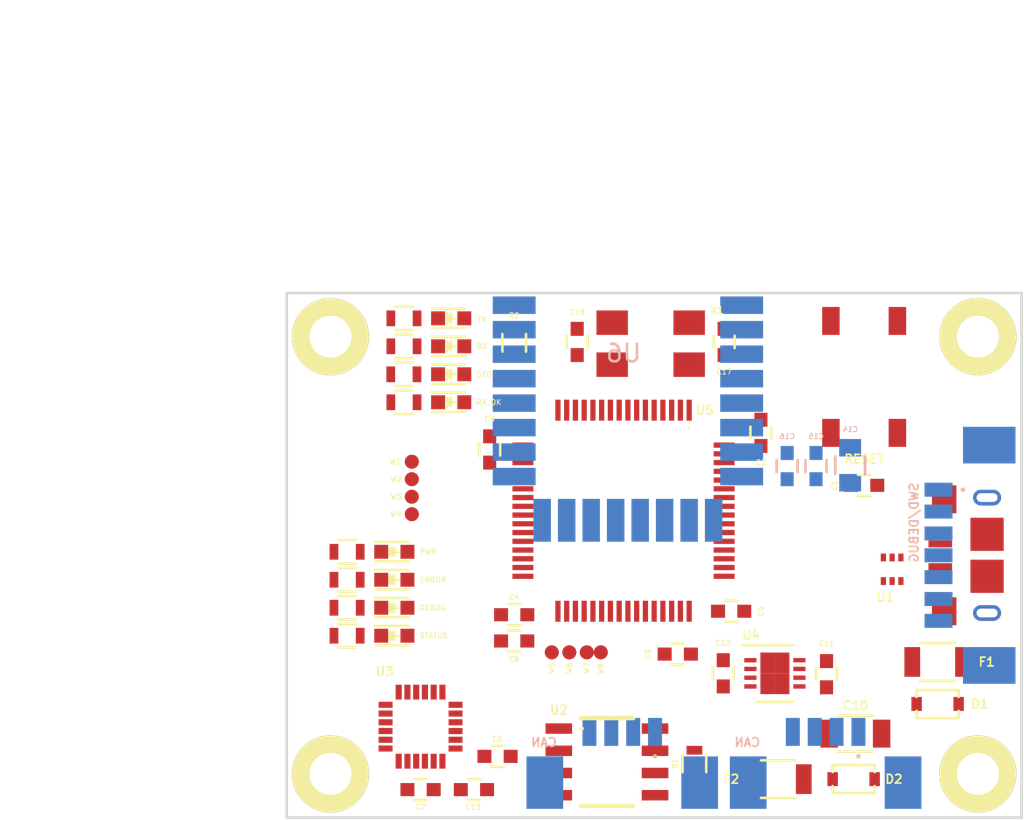
<source format=kicad_pcb>
(kicad_pcb (version 4) (host pcbnew 4.1.0-alpha+201606241232+6946~45~ubuntu14.04.1-product)

  (general
    (links 172)
    (no_connects 172)
    (area 114.924999 59.924999 157.075001 90.075001)
    (thickness 1.6)
    (drawings 7)
    (tracks 0)
    (zones 0)
    (modules 64)
    (nets 106)
  )

  (page A4)
  (layers
    (0 F.Cu signal)
    (31 B.Cu signal)
    (32 B.Adhes user)
    (33 F.Adhes user)
    (34 B.Paste user)
    (35 F.Paste user)
    (36 B.SilkS user)
    (37 F.SilkS user)
    (38 B.Mask user)
    (39 F.Mask user)
    (40 Dwgs.User user)
    (41 Cmts.User user)
    (42 Eco1.User user)
    (43 Eco2.User user)
    (44 Edge.Cuts user)
    (45 Margin user)
    (46 B.CrtYd user)
    (47 F.CrtYd user)
    (48 B.Fab user)
    (49 F.Fab user)
  )

  (setup
    (last_trace_width 0.25)
    (trace_clearance 0.2)
    (zone_clearance 0.508)
    (zone_45_only no)
    (trace_min 0.2)
    (segment_width 0.2)
    (edge_width 0.15)
    (via_size 0.8)
    (via_drill 0.4)
    (via_min_size 0.4)
    (via_min_drill 0.3)
    (uvia_size 0.3)
    (uvia_drill 0.1)
    (uvias_allowed no)
    (uvia_min_size 0.2)
    (uvia_min_drill 0.1)
    (pcb_text_width 0.3)
    (pcb_text_size 1.5 1.5)
    (mod_edge_width 0.15)
    (mod_text_size 1 1)
    (mod_text_width 0.15)
    (pad_size 4.45 4.45)
    (pad_drill 2.2)
    (pad_to_mask_clearance 0.2)
    (aux_axis_origin 0 0)
    (grid_origin 115 60)
    (visible_elements FFFFFF7F)
    (pcbplotparams
      (layerselection 0x00030_ffffffff)
      (usegerberextensions false)
      (excludeedgelayer true)
      (linewidth 0.100000)
      (plotframeref false)
      (viasonmask false)
      (mode 1)
      (useauxorigin false)
      (hpglpennumber 1)
      (hpglpenspeed 20)
      (hpglpendiameter 15)
      (psnegative false)
      (psa4output false)
      (plotreference true)
      (plotvalue true)
      (plotinvisibletext false)
      (padsonsilk false)
      (subtractmaskfromsilk false)
      (outputformat 1)
      (mirror false)
      (drillshape 1)
      (scaleselection 1)
      (outputdirectory ""))
  )

  (net 0 "")
  (net 1 /STM32_NRST)
  (net 2 GND)
  (net 3 VCC)
  (net 4 "Net-(C8-Pad1)")
  (net 5 "Net-(C9-Pad1)")
  (net 6 +5V_protected)
  (net 7 "Net-(C13-Pad1)")
  (net 8 "Net-(C17-Pad1)")
  (net 9 "Net-(C18-Pad1)")
  (net 10 "Net-(CONN1-Pad1)")
  (net 11 "Net-(CONN1-Pad2)")
  (net 12 "Net-(CONN1-Pad4)")
  (net 13 "Net-(CONN1-Pad3)")
  (net 14 "Net-(CONN2-Pad4)")
  (net 15 "Net-(CONN2-Pad3)")
  (net 16 "Net-(CONN2-Pad1)")
  (net 17 /UART_RX)
  (net 18 /UART_TX)
  (net 19 /STM32_SWCLK)
  (net 20 /STM32_SWDIO)
  (net 21 "Net-(D1-Pad2)")
  (net 22 "Net-(D2-Pad2)")
  (net 23 "Net-(D3-Pad1)")
  (net 24 /ERROR_LED)
  (net 25 "Net-(D4-Pad1)")
  (net 26 /DEBUG_LED)
  (net 27 "Net-(D5-Pad1)")
  (net 28 /STATUS_LED)
  (net 29 "Net-(D6-Pad1)")
  (net 30 /UWB_TX)
  (net 31 "Net-(D7-Pad1)")
  (net 32 /UWB_RX)
  (net 33 "Net-(D8-Pad1)")
  (net 34 /UWB_SFD)
  (net 35 "Net-(D9-Pad1)")
  (net 36 /UWB_RX_OK)
  (net 37 "Net-(D10-Pad1)")
  (net 38 /UWB_IRQ)
  (net 39 /USB_DP)
  (net 40 /USB_DM)
  (net 41 /CAN1_SILENT)
  (net 42 /CAN1_RX)
  (net 43 /CAN1_TX)
  (net 44 /IMU_MOSI)
  (net 45 /IMU_SCK)
  (net 46 /IMU_CS_N)
  (net 47 "Net-(U3-Pad21)")
  (net 48 "Net-(U3-Pad19)")
  (net 49 /IMU_INT)
  (net 50 /IMU_MISO)
  (net 51 "Net-(U3-Pad7)")
  (net 52 "Net-(U3-Pad16)")
  (net 53 "Net-(U3-Pad15)")
  (net 54 "Net-(U3-Pad17)")
  (net 55 "Net-(U3-Pad14)")
  (net 56 "Net-(U3-Pad6)")
  (net 57 "Net-(U3-Pad5)")
  (net 58 "Net-(U3-Pad2)")
  (net 59 "Net-(U3-Pad4)")
  (net 60 "Net-(U3-Pad3)")
  (net 61 "Net-(U5-Pad2)")
  (net 62 "Net-(U5-Pad3)")
  (net 63 "Net-(U5-Pad4)")
  (net 64 "Net-(U5-Pad8)")
  (net 65 "Net-(U5-Pad9)")
  (net 66 "Net-(U5-Pad10)")
  (net 67 "Net-(U5-Pad11)")
  (net 68 "Net-(U5-Pad14)")
  (net 69 "Net-(U5-Pad15)")
  (net 70 "Net-(U5-Pad20)")
  (net 71 "Net-(U5-Pad21)")
  (net 72 "Net-(U5-Pad22)")
  (net 73 "Net-(U5-Pad23)")
  (net 74 "Net-(U5-Pad24)")
  (net 75 "Net-(U5-Pad25)")
  (net 76 "Net-(U5-Pad29)")
  (net 77 "Net-(U5-Pad33)")
  (net 78 "Net-(U5-Pad34)")
  (net 79 "Net-(U5-Pad35)")
  (net 80 "Net-(U5-Pad36)")
  (net 81 "Net-(U5-Pad37)")
  (net 82 "Net-(U5-Pad38)")
  (net 83 "Net-(U5-Pad39)")
  (net 84 "Net-(U5-Pad40)")
  (net 85 /UWB_RST_N)
  (net 86 "Net-(U5-Pad43)")
  (net 87 "Net-(U5-Pad50)")
  (net 88 "Net-(U5-Pad51)")
  (net 89 "Net-(U5-Pad52)")
  (net 90 "Net-(U5-Pad53)")
  (net 91 "Net-(U5-Pad54)")
  (net 92 "Net-(U5-Pad55)")
  (net 93 "Net-(U5-Pad56)")
  (net 94 "Net-(U5-Pad57)")
  (net 95 "Net-(U5-Pad58)")
  (net 96 "Net-(U6-Pad9)")
  (net 97 "Net-(U6-Pad10)")
  (net 98 "Net-(U6-Pad11)")
  (net 99 "Net-(U6-Pad1)")
  (net 100 "Net-(U6-Pad2)")
  (net 101 "Net-(U6-Pad4)")
  (net 102 /UWB_CS_N)
  (net 103 /UWB_MOSI)
  (net 104 /UWB_MISO)
  (net 105 /UWB_CLK)

  (net_class Default "This is the default net class."
    (clearance 0.2)
    (trace_width 0.25)
    (via_dia 0.8)
    (via_drill 0.4)
    (uvia_dia 0.3)
    (uvia_drill 0.1)
    (add_net +5V_protected)
    (add_net /CAN1_RX)
    (add_net /CAN1_SILENT)
    (add_net /CAN1_TX)
    (add_net /DEBUG_LED)
    (add_net /ERROR_LED)
    (add_net /IMU_CS_N)
    (add_net /IMU_INT)
    (add_net /IMU_MISO)
    (add_net /IMU_MOSI)
    (add_net /IMU_SCK)
    (add_net /STATUS_LED)
    (add_net /STM32_NRST)
    (add_net /STM32_SWCLK)
    (add_net /STM32_SWDIO)
    (add_net /UART_RX)
    (add_net /UART_TX)
    (add_net /USB_DM)
    (add_net /USB_DP)
    (add_net /UWB_CLK)
    (add_net /UWB_CS_N)
    (add_net /UWB_IRQ)
    (add_net /UWB_MISO)
    (add_net /UWB_MOSI)
    (add_net /UWB_RST_N)
    (add_net /UWB_RX)
    (add_net /UWB_RX_OK)
    (add_net /UWB_SFD)
    (add_net /UWB_TX)
    (add_net GND)
    (add_net "Net-(C13-Pad1)")
    (add_net "Net-(C17-Pad1)")
    (add_net "Net-(C18-Pad1)")
    (add_net "Net-(C8-Pad1)")
    (add_net "Net-(C9-Pad1)")
    (add_net "Net-(CONN1-Pad1)")
    (add_net "Net-(CONN1-Pad2)")
    (add_net "Net-(CONN1-Pad3)")
    (add_net "Net-(CONN1-Pad4)")
    (add_net "Net-(CONN2-Pad1)")
    (add_net "Net-(CONN2-Pad3)")
    (add_net "Net-(CONN2-Pad4)")
    (add_net "Net-(D1-Pad2)")
    (add_net "Net-(D10-Pad1)")
    (add_net "Net-(D2-Pad2)")
    (add_net "Net-(D3-Pad1)")
    (add_net "Net-(D4-Pad1)")
    (add_net "Net-(D5-Pad1)")
    (add_net "Net-(D6-Pad1)")
    (add_net "Net-(D7-Pad1)")
    (add_net "Net-(D8-Pad1)")
    (add_net "Net-(D9-Pad1)")
    (add_net "Net-(U3-Pad14)")
    (add_net "Net-(U3-Pad15)")
    (add_net "Net-(U3-Pad16)")
    (add_net "Net-(U3-Pad17)")
    (add_net "Net-(U3-Pad19)")
    (add_net "Net-(U3-Pad2)")
    (add_net "Net-(U3-Pad21)")
    (add_net "Net-(U3-Pad3)")
    (add_net "Net-(U3-Pad4)")
    (add_net "Net-(U3-Pad5)")
    (add_net "Net-(U3-Pad6)")
    (add_net "Net-(U3-Pad7)")
    (add_net "Net-(U5-Pad10)")
    (add_net "Net-(U5-Pad11)")
    (add_net "Net-(U5-Pad14)")
    (add_net "Net-(U5-Pad15)")
    (add_net "Net-(U5-Pad2)")
    (add_net "Net-(U5-Pad20)")
    (add_net "Net-(U5-Pad21)")
    (add_net "Net-(U5-Pad22)")
    (add_net "Net-(U5-Pad23)")
    (add_net "Net-(U5-Pad24)")
    (add_net "Net-(U5-Pad25)")
    (add_net "Net-(U5-Pad29)")
    (add_net "Net-(U5-Pad3)")
    (add_net "Net-(U5-Pad33)")
    (add_net "Net-(U5-Pad34)")
    (add_net "Net-(U5-Pad35)")
    (add_net "Net-(U5-Pad36)")
    (add_net "Net-(U5-Pad37)")
    (add_net "Net-(U5-Pad38)")
    (add_net "Net-(U5-Pad39)")
    (add_net "Net-(U5-Pad4)")
    (add_net "Net-(U5-Pad40)")
    (add_net "Net-(U5-Pad43)")
    (add_net "Net-(U5-Pad50)")
    (add_net "Net-(U5-Pad51)")
    (add_net "Net-(U5-Pad52)")
    (add_net "Net-(U5-Pad53)")
    (add_net "Net-(U5-Pad54)")
    (add_net "Net-(U5-Pad55)")
    (add_net "Net-(U5-Pad56)")
    (add_net "Net-(U5-Pad57)")
    (add_net "Net-(U5-Pad58)")
    (add_net "Net-(U5-Pad8)")
    (add_net "Net-(U5-Pad9)")
    (add_net "Net-(U6-Pad1)")
    (add_net "Net-(U6-Pad10)")
    (add_net "Net-(U6-Pad11)")
    (add_net "Net-(U6-Pad2)")
    (add_net "Net-(U6-Pad4)")
    (add_net "Net-(U6-Pad9)")
    (add_net VCC)
  )

  (module Capacitors_SMD:C_0603 (layer F.Cu) (tedit 57719011) (tstamp 57717882)
    (at 148 71 180)
    (descr "Capacitor SMD 0603, reflow soldering, AVX (see smccp.pdf)")
    (tags "capacitor 0603")
    (path /576B1267)
    (attr smd)
    (fp_text reference C1 (at 1.7 0 -90) (layer F.SilkS)
      (effects (font (size 0.3 0.3) (thickness 0.05)))
    )
    (fp_text value 0.1uF (at 0 1.9 180) (layer F.Fab) hide
      (effects (font (size 1 1) (thickness 0.15)))
    )
    (fp_line (start -1.45 -0.75) (end 1.45 -0.75) (layer F.CrtYd) (width 0.05))
    (fp_line (start -1.45 0.75) (end 1.45 0.75) (layer F.CrtYd) (width 0.05))
    (fp_line (start -1.45 -0.75) (end -1.45 0.75) (layer F.CrtYd) (width 0.05))
    (fp_line (start 1.45 -0.75) (end 1.45 0.75) (layer F.CrtYd) (width 0.05))
    (fp_line (start -0.35 -0.6) (end 0.35 -0.6) (layer F.SilkS) (width 0.15))
    (fp_line (start 0.35 0.6) (end -0.35 0.6) (layer F.SilkS) (width 0.15))
    (pad 1 smd rect (at -0.75 0 180) (size 0.8 0.75) (layers F.Cu F.Paste F.Mask)
      (net 1 /STM32_NRST))
    (pad 2 smd rect (at 0.75 0 180) (size 0.8 0.75) (layers F.Cu F.Paste F.Mask)
      (net 2 GND))
    (model Capacitors_SMD.3dshapes/C_0603.wrl
      (at (xyz 0 0 0))
      (scale (xyz 1 1 1))
      (rotate (xyz 0 0 0))
    )
  )

  (module Capacitors_SMD:C_0603 (layer F.Cu) (tedit 5415D631) (tstamp 57717888)
    (at 142.1 68 270)
    (descr "Capacitor SMD 0603, reflow soldering, AVX (see smccp.pdf)")
    (tags "capacitor 0603")
    (path /576B1D60)
    (attr smd)
    (fp_text reference C2 (at 1.7 0) (layer F.SilkS)
      (effects (font (size 0.3 0.3) (thickness 0.05)))
    )
    (fp_text value 4.7uF (at 0 1.9 270) (layer F.Fab) hide
      (effects (font (size 1 1) (thickness 0.15)))
    )
    (fp_line (start -1.45 -0.75) (end 1.45 -0.75) (layer F.CrtYd) (width 0.05))
    (fp_line (start -1.45 0.75) (end 1.45 0.75) (layer F.CrtYd) (width 0.05))
    (fp_line (start -1.45 -0.75) (end -1.45 0.75) (layer F.CrtYd) (width 0.05))
    (fp_line (start 1.45 -0.75) (end 1.45 0.75) (layer F.CrtYd) (width 0.05))
    (fp_line (start -0.35 -0.6) (end 0.35 -0.6) (layer F.SilkS) (width 0.15))
    (fp_line (start 0.35 0.6) (end -0.35 0.6) (layer F.SilkS) (width 0.15))
    (pad 1 smd rect (at -0.75 0 270) (size 0.8 0.75) (layers F.Cu F.Paste F.Mask)
      (net 3 VCC))
    (pad 2 smd rect (at 0.75 0 270) (size 0.8 0.75) (layers F.Cu F.Paste F.Mask)
      (net 2 GND))
    (model Capacitors_SMD.3dshapes/C_0603.wrl
      (at (xyz 0 0 0))
      (scale (xyz 1 1 1))
      (rotate (xyz 0 0 0))
    )
  )

  (module Capacitors_SMD:C_0603 (layer F.Cu) (tedit 5415D631) (tstamp 5771788E)
    (at 126.6 68.95 90)
    (descr "Capacitor SMD 0603, reflow soldering, AVX (see smccp.pdf)")
    (tags "capacitor 0603")
    (path /576B16E6)
    (attr smd)
    (fp_text reference C3 (at 1.75 0 180) (layer F.SilkS)
      (effects (font (size 0.3 0.3) (thickness 0.05)))
    )
    (fp_text value 0.1uF (at 0 1.9 90) (layer F.Fab) hide
      (effects (font (size 1 1) (thickness 0.15)))
    )
    (fp_line (start -1.45 -0.75) (end 1.45 -0.75) (layer F.CrtYd) (width 0.05))
    (fp_line (start -1.45 0.75) (end 1.45 0.75) (layer F.CrtYd) (width 0.05))
    (fp_line (start -1.45 -0.75) (end -1.45 0.75) (layer F.CrtYd) (width 0.05))
    (fp_line (start 1.45 -0.75) (end 1.45 0.75) (layer F.CrtYd) (width 0.05))
    (fp_line (start -0.35 -0.6) (end 0.35 -0.6) (layer F.SilkS) (width 0.15))
    (fp_line (start 0.35 0.6) (end -0.35 0.6) (layer F.SilkS) (width 0.15))
    (pad 1 smd rect (at -0.75 0 90) (size 0.8 0.75) (layers F.Cu F.Paste F.Mask)
      (net 3 VCC))
    (pad 2 smd rect (at 0.75 0 90) (size 0.8 0.75) (layers F.Cu F.Paste F.Mask)
      (net 2 GND))
    (model Capacitors_SMD.3dshapes/C_0603.wrl
      (at (xyz 0 0 0))
      (scale (xyz 1 1 1))
      (rotate (xyz 0 0 0))
    )
  )

  (module Capacitors_SMD:C_0603 (layer F.Cu) (tedit 57719712) (tstamp 57717894)
    (at 128 78.4)
    (descr "Capacitor SMD 0603, reflow soldering, AVX (see smccp.pdf)")
    (tags "capacitor 0603")
    (path /576B16BA)
    (attr smd)
    (fp_text reference C4 (at 0 -1 180) (layer F.SilkS)
      (effects (font (size 0.3 0.3) (thickness 0.05)))
    )
    (fp_text value 0.1uF (at 0 1.9) (layer F.Fab) hide
      (effects (font (size 1 1) (thickness 0.15)))
    )
    (fp_line (start -1.45 -0.75) (end 1.45 -0.75) (layer F.CrtYd) (width 0.05))
    (fp_line (start -1.45 0.75) (end 1.45 0.75) (layer F.CrtYd) (width 0.05))
    (fp_line (start -1.45 -0.75) (end -1.45 0.75) (layer F.CrtYd) (width 0.05))
    (fp_line (start 1.45 -0.75) (end 1.45 0.75) (layer F.CrtYd) (width 0.05))
    (fp_line (start -0.35 -0.6) (end 0.35 -0.6) (layer F.SilkS) (width 0.15))
    (fp_line (start 0.35 0.6) (end -0.35 0.6) (layer F.SilkS) (width 0.15))
    (pad 1 smd rect (at -0.75 0) (size 0.8 0.75) (layers F.Cu F.Paste F.Mask)
      (net 3 VCC))
    (pad 2 smd rect (at 0.75 0) (size 0.8 0.75) (layers F.Cu F.Paste F.Mask)
      (net 2 GND))
    (model Capacitors_SMD.3dshapes/C_0603.wrl
      (at (xyz 0 0 0))
      (scale (xyz 1 1 1))
      (rotate (xyz 0 0 0))
    )
  )

  (module Capacitors_SMD:C_0603 (layer F.Cu) (tedit 5415D631) (tstamp 5771789A)
    (at 140.4 78.2)
    (descr "Capacitor SMD 0603, reflow soldering, AVX (see smccp.pdf)")
    (tags "capacitor 0603")
    (path /576B166F)
    (attr smd)
    (fp_text reference C5 (at 1.7 0 90) (layer F.SilkS)
      (effects (font (size 0.3 0.3) (thickness 0.05)))
    )
    (fp_text value 0.1uF (at 0 1.9) (layer F.Fab) hide
      (effects (font (size 1 1) (thickness 0.15)))
    )
    (fp_line (start -1.45 -0.75) (end 1.45 -0.75) (layer F.CrtYd) (width 0.05))
    (fp_line (start -1.45 0.75) (end 1.45 0.75) (layer F.CrtYd) (width 0.05))
    (fp_line (start -1.45 -0.75) (end -1.45 0.75) (layer F.CrtYd) (width 0.05))
    (fp_line (start 1.45 -0.75) (end 1.45 0.75) (layer F.CrtYd) (width 0.05))
    (fp_line (start -0.35 -0.6) (end 0.35 -0.6) (layer F.SilkS) (width 0.15))
    (fp_line (start 0.35 0.6) (end -0.35 0.6) (layer F.SilkS) (width 0.15))
    (pad 1 smd rect (at -0.75 0) (size 0.8 0.75) (layers F.Cu F.Paste F.Mask)
      (net 3 VCC))
    (pad 2 smd rect (at 0.75 0) (size 0.8 0.75) (layers F.Cu F.Paste F.Mask)
      (net 2 GND))
    (model Capacitors_SMD.3dshapes/C_0603.wrl
      (at (xyz 0 0 0))
      (scale (xyz 1 1 1))
      (rotate (xyz 0 0 0))
    )
  )

  (module Capacitors_SMD:C_0603 (layer F.Cu) (tedit 57718233) (tstamp 577178A0)
    (at 127.05 86.5)
    (descr "Capacitor SMD 0603, reflow soldering, AVX (see smccp.pdf)")
    (tags "capacitor 0603")
    (path /576BEDA5)
    (attr smd)
    (fp_text reference C6 (at 0 -1 180) (layer F.SilkS)
      (effects (font (size 0.3 0.3) (thickness 0.05)))
    )
    (fp_text value 0.1uF (at 0 1.9) (layer F.Fab) hide
      (effects (font (size 1 1) (thickness 0.15)))
    )
    (fp_line (start -1.45 -0.75) (end 1.45 -0.75) (layer F.CrtYd) (width 0.05))
    (fp_line (start -1.45 0.75) (end 1.45 0.75) (layer F.CrtYd) (width 0.05))
    (fp_line (start -1.45 -0.75) (end -1.45 0.75) (layer F.CrtYd) (width 0.05))
    (fp_line (start 1.45 -0.75) (end 1.45 0.75) (layer F.CrtYd) (width 0.05))
    (fp_line (start -0.35 -0.6) (end 0.35 -0.6) (layer F.SilkS) (width 0.15))
    (fp_line (start 0.35 0.6) (end -0.35 0.6) (layer F.SilkS) (width 0.15))
    (pad 1 smd rect (at -0.75 0) (size 0.8 0.75) (layers F.Cu F.Paste F.Mask)
      (net 3 VCC))
    (pad 2 smd rect (at 0.75 0) (size 0.8 0.75) (layers F.Cu F.Paste F.Mask)
      (net 2 GND))
    (model Capacitors_SMD.3dshapes/C_0603.wrl
      (at (xyz 0 0 0))
      (scale (xyz 1 1 1))
      (rotate (xyz 0 0 0))
    )
  )

  (module Capacitors_SMD:C_0603 (layer F.Cu) (tedit 5771822F) (tstamp 577178A6)
    (at 122.65 88.4)
    (descr "Capacitor SMD 0603, reflow soldering, AVX (see smccp.pdf)")
    (tags "capacitor 0603")
    (path /576BEC69)
    (attr smd)
    (fp_text reference C7 (at 0 1 180) (layer F.SilkS)
      (effects (font (size 0.3 0.3) (thickness 0.05)))
    )
    (fp_text value 10nF (at 0 1.9) (layer F.Fab) hide
      (effects (font (size 1 1) (thickness 0.15)))
    )
    (fp_line (start -1.45 -0.75) (end 1.45 -0.75) (layer F.CrtYd) (width 0.05))
    (fp_line (start -1.45 0.75) (end 1.45 0.75) (layer F.CrtYd) (width 0.05))
    (fp_line (start -1.45 -0.75) (end -1.45 0.75) (layer F.CrtYd) (width 0.05))
    (fp_line (start 1.45 -0.75) (end 1.45 0.75) (layer F.CrtYd) (width 0.05))
    (fp_line (start -0.35 -0.6) (end 0.35 -0.6) (layer F.SilkS) (width 0.15))
    (fp_line (start 0.35 0.6) (end -0.35 0.6) (layer F.SilkS) (width 0.15))
    (pad 1 smd rect (at -0.75 0) (size 0.8 0.75) (layers F.Cu F.Paste F.Mask)
      (net 3 VCC))
    (pad 2 smd rect (at 0.75 0) (size 0.8 0.75) (layers F.Cu F.Paste F.Mask)
      (net 2 GND))
    (model Capacitors_SMD.3dshapes/C_0603.wrl
      (at (xyz 0 0 0))
      (scale (xyz 1 1 1))
      (rotate (xyz 0 0 0))
    )
  )

  (module Capacitors_SMD:C_0603 (layer F.Cu) (tedit 5415D631) (tstamp 577178AC)
    (at 128 79.9)
    (descr "Capacitor SMD 0603, reflow soldering, AVX (see smccp.pdf)")
    (tags "capacitor 0603")
    (path /576C4885)
    (attr smd)
    (fp_text reference C8 (at 0 1.05) (layer F.SilkS)
      (effects (font (size 0.3 0.3) (thickness 0.05)))
    )
    (fp_text value 2.2uF (at 0 1.9) (layer F.Fab) hide
      (effects (font (size 1 1) (thickness 0.15)))
    )
    (fp_line (start -1.45 -0.75) (end 1.45 -0.75) (layer F.CrtYd) (width 0.05))
    (fp_line (start -1.45 0.75) (end 1.45 0.75) (layer F.CrtYd) (width 0.05))
    (fp_line (start -1.45 -0.75) (end -1.45 0.75) (layer F.CrtYd) (width 0.05))
    (fp_line (start 1.45 -0.75) (end 1.45 0.75) (layer F.CrtYd) (width 0.05))
    (fp_line (start -0.35 -0.6) (end 0.35 -0.6) (layer F.SilkS) (width 0.15))
    (fp_line (start 0.35 0.6) (end -0.35 0.6) (layer F.SilkS) (width 0.15))
    (pad 1 smd rect (at -0.75 0) (size 0.8 0.75) (layers F.Cu F.Paste F.Mask)
      (net 4 "Net-(C8-Pad1)"))
    (pad 2 smd rect (at 0.75 0) (size 0.8 0.75) (layers F.Cu F.Paste F.Mask)
      (net 2 GND))
    (model Capacitors_SMD.3dshapes/C_0603.wrl
      (at (xyz 0 0 0))
      (scale (xyz 1 1 1))
      (rotate (xyz 0 0 0))
    )
  )

  (module Capacitors_SMD:C_0603 (layer F.Cu) (tedit 5415D631) (tstamp 577178B2)
    (at 137.35 80.65)
    (descr "Capacitor SMD 0603, reflow soldering, AVX (see smccp.pdf)")
    (tags "capacitor 0603")
    (path /576C4253)
    (attr smd)
    (fp_text reference C9 (at -1.7 0 90) (layer F.SilkS)
      (effects (font (size 0.3 0.3) (thickness 0.05)))
    )
    (fp_text value 2.2uF (at 0 1.9) (layer F.Fab) hide
      (effects (font (size 1 1) (thickness 0.15)))
    )
    (fp_line (start -1.45 -0.75) (end 1.45 -0.75) (layer F.CrtYd) (width 0.05))
    (fp_line (start -1.45 0.75) (end 1.45 0.75) (layer F.CrtYd) (width 0.05))
    (fp_line (start -1.45 -0.75) (end -1.45 0.75) (layer F.CrtYd) (width 0.05))
    (fp_line (start 1.45 -0.75) (end 1.45 0.75) (layer F.CrtYd) (width 0.05))
    (fp_line (start -0.35 -0.6) (end 0.35 -0.6) (layer F.SilkS) (width 0.15))
    (fp_line (start 0.35 0.6) (end -0.35 0.6) (layer F.SilkS) (width 0.15))
    (pad 1 smd rect (at -0.75 0) (size 0.8 0.75) (layers F.Cu F.Paste F.Mask)
      (net 5 "Net-(C9-Pad1)"))
    (pad 2 smd rect (at 0.75 0) (size 0.8 0.75) (layers F.Cu F.Paste F.Mask)
      (net 2 GND))
    (model Capacitors_SMD.3dshapes/C_0603.wrl
      (at (xyz 0 0 0))
      (scale (xyz 1 1 1))
      (rotate (xyz 0 0 0))
    )
  )

  (module Capacitors_SMD:C_1206 (layer F.Cu) (tedit 57717DAC) (tstamp 577178B8)
    (at 147.5 85.2 180)
    (descr "Capacitor SMD 1206, reflow soldering, AVX (see smccp.pdf)")
    (tags "capacitor 1206")
    (path /576C903B)
    (attr smd)
    (fp_text reference C10 (at 0 1.6 180) (layer F.SilkS)
      (effects (font (size 0.5 0.5) (thickness 0.1)))
    )
    (fp_text value 100uF (at 0 2.3 180) (layer F.Fab) hide
      (effects (font (size 1 1) (thickness 0.15)))
    )
    (fp_line (start -2.3 -1.15) (end 2.3 -1.15) (layer F.CrtYd) (width 0.05))
    (fp_line (start -2.3 1.15) (end 2.3 1.15) (layer F.CrtYd) (width 0.05))
    (fp_line (start -2.3 -1.15) (end -2.3 1.15) (layer F.CrtYd) (width 0.05))
    (fp_line (start 2.3 -1.15) (end 2.3 1.15) (layer F.CrtYd) (width 0.05))
    (fp_line (start 1 -1.025) (end -1 -1.025) (layer F.SilkS) (width 0.15))
    (fp_line (start -1 1.025) (end 1 1.025) (layer F.SilkS) (width 0.15))
    (pad 1 smd rect (at -1.5 0 180) (size 1 1.6) (layers F.Cu F.Paste F.Mask)
      (net 6 +5V_protected))
    (pad 2 smd rect (at 1.5 0 180) (size 1 1.6) (layers F.Cu F.Paste F.Mask)
      (net 2 GND))
    (model Capacitors_SMD.3dshapes/C_1206.wrl
      (at (xyz 0 0 0))
      (scale (xyz 1 1 1))
      (rotate (xyz 0 0 0))
    )
  )

  (module Capacitors_SMD:C_0603 (layer F.Cu) (tedit 57717E03) (tstamp 577178BE)
    (at 145.85 81.8 270)
    (descr "Capacitor SMD 0603, reflow soldering, AVX (see smccp.pdf)")
    (tags "capacitor 0603")
    (path /576C8E2E)
    (attr smd)
    (fp_text reference C11 (at -1.75 0) (layer F.SilkS)
      (effects (font (size 0.3 0.3) (thickness 0.05)))
    )
    (fp_text value 10uF (at 0 1.9 270) (layer F.Fab) hide
      (effects (font (size 1 1) (thickness 0.15)))
    )
    (fp_line (start -1.45 -0.75) (end 1.45 -0.75) (layer F.CrtYd) (width 0.05))
    (fp_line (start -1.45 0.75) (end 1.45 0.75) (layer F.CrtYd) (width 0.05))
    (fp_line (start -1.45 -0.75) (end -1.45 0.75) (layer F.CrtYd) (width 0.05))
    (fp_line (start 1.45 -0.75) (end 1.45 0.75) (layer F.CrtYd) (width 0.05))
    (fp_line (start -0.35 -0.6) (end 0.35 -0.6) (layer F.SilkS) (width 0.15))
    (fp_line (start 0.35 0.6) (end -0.35 0.6) (layer F.SilkS) (width 0.15))
    (pad 1 smd rect (at -0.75 0 270) (size 0.8 0.75) (layers F.Cu F.Paste F.Mask)
      (net 6 +5V_protected))
    (pad 2 smd rect (at 0.75 0 270) (size 0.8 0.75) (layers F.Cu F.Paste F.Mask)
      (net 2 GND))
    (model Capacitors_SMD.3dshapes/C_0603.wrl
      (at (xyz 0 0 0))
      (scale (xyz 1 1 1))
      (rotate (xyz 0 0 0))
    )
  )

  (module Capacitors_SMD:C_0603 (layer F.Cu) (tedit 57718FCE) (tstamp 577178C4)
    (at 139.95 81.75 270)
    (descr "Capacitor SMD 0603, reflow soldering, AVX (see smccp.pdf)")
    (tags "capacitor 0603")
    (path /576CA541)
    (attr smd)
    (fp_text reference C12 (at -1.75 0) (layer F.SilkS)
      (effects (font (size 0.3 0.3) (thickness 0.05)))
    )
    (fp_text value 10uF (at 0 1.9 270) (layer F.Fab) hide
      (effects (font (size 1 1) (thickness 0.15)))
    )
    (fp_line (start -1.45 -0.75) (end 1.45 -0.75) (layer F.CrtYd) (width 0.05))
    (fp_line (start -1.45 0.75) (end 1.45 0.75) (layer F.CrtYd) (width 0.05))
    (fp_line (start -1.45 -0.75) (end -1.45 0.75) (layer F.CrtYd) (width 0.05))
    (fp_line (start 1.45 -0.75) (end 1.45 0.75) (layer F.CrtYd) (width 0.05))
    (fp_line (start -0.35 -0.6) (end 0.35 -0.6) (layer F.SilkS) (width 0.15))
    (fp_line (start 0.35 0.6) (end -0.35 0.6) (layer F.SilkS) (width 0.15))
    (pad 1 smd rect (at -0.75 0 270) (size 0.8 0.75) (layers F.Cu F.Paste F.Mask)
      (net 3 VCC))
    (pad 2 smd rect (at 0.75 0 270) (size 0.8 0.75) (layers F.Cu F.Paste F.Mask)
      (net 2 GND))
    (model Capacitors_SMD.3dshapes/C_0603.wrl
      (at (xyz 0 0 0))
      (scale (xyz 1 1 1))
      (rotate (xyz 0 0 0))
    )
  )

  (module Capacitors_SMD:C_0603 (layer F.Cu) (tedit 5771822B) (tstamp 577178CA)
    (at 125.7 88.4)
    (descr "Capacitor SMD 0603, reflow soldering, AVX (see smccp.pdf)")
    (tags "capacitor 0603")
    (path /576C00E4)
    (attr smd)
    (fp_text reference C13 (at -0.05 1 180) (layer F.SilkS)
      (effects (font (size 0.3 0.3) (thickness 0.05)))
    )
    (fp_text value 0.1uF (at 0 1.9) (layer F.Fab) hide
      (effects (font (size 1 1) (thickness 0.15)))
    )
    (fp_line (start -1.45 -0.75) (end 1.45 -0.75) (layer F.CrtYd) (width 0.05))
    (fp_line (start -1.45 0.75) (end 1.45 0.75) (layer F.CrtYd) (width 0.05))
    (fp_line (start -1.45 -0.75) (end -1.45 0.75) (layer F.CrtYd) (width 0.05))
    (fp_line (start 1.45 -0.75) (end 1.45 0.75) (layer F.CrtYd) (width 0.05))
    (fp_line (start -0.35 -0.6) (end 0.35 -0.6) (layer F.SilkS) (width 0.15))
    (fp_line (start 0.35 0.6) (end -0.35 0.6) (layer F.SilkS) (width 0.15))
    (pad 1 smd rect (at -0.75 0) (size 0.8 0.75) (layers F.Cu F.Paste F.Mask)
      (net 7 "Net-(C13-Pad1)"))
    (pad 2 smd rect (at 0.75 0) (size 0.8 0.75) (layers F.Cu F.Paste F.Mask)
      (net 2 GND))
    (model Capacitors_SMD.3dshapes/C_0603.wrl
      (at (xyz 0 0 0))
      (scale (xyz 1 1 1))
      (rotate (xyz 0 0 0))
    )
  )

  (module Capacitors_SMD:C_0805 (layer B.Cu) (tedit 57717AD4) (tstamp 577178D0)
    (at 147.2 69.85 270)
    (descr "Capacitor SMD 0805, reflow soldering, AVX (see smccp.pdf)")
    (tags "capacitor 0805")
    (path /576B3EA4)
    (attr smd)
    (fp_text reference C14 (at -2.05 0 180) (layer B.SilkS)
      (effects (font (size 0.3 0.3) (thickness 0.05)) (justify mirror))
    )
    (fp_text value 47uF (at 0 -2.1 270) (layer B.Fab) hide
      (effects (font (size 1 1) (thickness 0.15)) (justify mirror))
    )
    (fp_line (start -1.8 1) (end 1.8 1) (layer B.CrtYd) (width 0.05))
    (fp_line (start -1.8 -1) (end 1.8 -1) (layer B.CrtYd) (width 0.05))
    (fp_line (start -1.8 1) (end -1.8 -1) (layer B.CrtYd) (width 0.05))
    (fp_line (start 1.8 1) (end 1.8 -1) (layer B.CrtYd) (width 0.05))
    (fp_line (start 0.5 0.85) (end -0.5 0.85) (layer B.SilkS) (width 0.15))
    (fp_line (start -0.5 -0.85) (end 0.5 -0.85) (layer B.SilkS) (width 0.15))
    (pad 1 smd rect (at -1 0 270) (size 1 1.25) (layers B.Cu B.Paste B.Mask)
      (net 3 VCC))
    (pad 2 smd rect (at 1 0 270) (size 1 1.25) (layers B.Cu B.Paste B.Mask)
      (net 2 GND))
    (model Capacitors_SMD.3dshapes/C_0805.wrl
      (at (xyz 0 0 0))
      (scale (xyz 1 1 1))
      (rotate (xyz 0 0 0))
    )
  )

  (module Capacitors_SMD:C_0603 (layer B.Cu) (tedit 57717AB4) (tstamp 577178D6)
    (at 145.25 69.9 270)
    (descr "Capacitor SMD 0603, reflow soldering, AVX (see smccp.pdf)")
    (tags "capacitor 0603")
    (path /576B3E5D)
    (attr smd)
    (fp_text reference C15 (at -1.7 0 180) (layer B.SilkS)
      (effects (font (size 0.3 0.3) (thickness 0.05)) (justify mirror))
    )
    (fp_text value 4.7uF (at 0 -1.9 270) (layer B.Fab) hide
      (effects (font (size 1 1) (thickness 0.15)) (justify mirror))
    )
    (fp_line (start -1.45 0.75) (end 1.45 0.75) (layer B.CrtYd) (width 0.05))
    (fp_line (start -1.45 -0.75) (end 1.45 -0.75) (layer B.CrtYd) (width 0.05))
    (fp_line (start -1.45 0.75) (end -1.45 -0.75) (layer B.CrtYd) (width 0.05))
    (fp_line (start 1.45 0.75) (end 1.45 -0.75) (layer B.CrtYd) (width 0.05))
    (fp_line (start -0.35 0.6) (end 0.35 0.6) (layer B.SilkS) (width 0.15))
    (fp_line (start 0.35 -0.6) (end -0.35 -0.6) (layer B.SilkS) (width 0.15))
    (pad 1 smd rect (at -0.75 0 270) (size 0.8 0.75) (layers B.Cu B.Paste B.Mask)
      (net 3 VCC))
    (pad 2 smd rect (at 0.75 0 270) (size 0.8 0.75) (layers B.Cu B.Paste B.Mask)
      (net 2 GND))
    (model Capacitors_SMD.3dshapes/C_0603.wrl
      (at (xyz 0 0 0))
      (scale (xyz 1 1 1))
      (rotate (xyz 0 0 0))
    )
  )

  (module Capacitors_SMD:C_0603 (layer B.Cu) (tedit 57717A9E) (tstamp 577178DC)
    (at 143.6 69.9 270)
    (descr "Capacitor SMD 0603, reflow soldering, AVX (see smccp.pdf)")
    (tags "capacitor 0603")
    (path /576B3D4D)
    (attr smd)
    (fp_text reference C16 (at -1.7 0 180) (layer B.SilkS)
      (effects (font (size 0.3 0.3) (thickness 0.05)) (justify mirror))
    )
    (fp_text value 0.1uF (at 0 -1.9 270) (layer B.Fab) hide
      (effects (font (size 1 1) (thickness 0.15)) (justify mirror))
    )
    (fp_line (start -1.45 0.75) (end 1.45 0.75) (layer B.CrtYd) (width 0.05))
    (fp_line (start -1.45 -0.75) (end 1.45 -0.75) (layer B.CrtYd) (width 0.05))
    (fp_line (start -1.45 0.75) (end -1.45 -0.75) (layer B.CrtYd) (width 0.05))
    (fp_line (start 1.45 0.75) (end 1.45 -0.75) (layer B.CrtYd) (width 0.05))
    (fp_line (start -0.35 0.6) (end 0.35 0.6) (layer B.SilkS) (width 0.15))
    (fp_line (start 0.35 -0.6) (end -0.35 -0.6) (layer B.SilkS) (width 0.15))
    (pad 1 smd rect (at -0.75 0 270) (size 0.8 0.75) (layers B.Cu B.Paste B.Mask)
      (net 3 VCC))
    (pad 2 smd rect (at 0.75 0 270) (size 0.8 0.75) (layers B.Cu B.Paste B.Mask)
      (net 2 GND))
    (model Capacitors_SMD.3dshapes/C_0603.wrl
      (at (xyz 0 0 0))
      (scale (xyz 1 1 1))
      (rotate (xyz 0 0 0))
    )
  )

  (module Capacitors_SMD:C_0603 (layer F.Cu) (tedit 57717E7E) (tstamp 577178E2)
    (at 140 62.8 270)
    (descr "Capacitor SMD 0603, reflow soldering, AVX (see smccp.pdf)")
    (tags "capacitor 0603")
    (path /576B1C71)
    (attr smd)
    (fp_text reference C17 (at 1.7 0) (layer F.SilkS)
      (effects (font (size 0.3 0.3) (thickness 0.05)))
    )
    (fp_text value 10pF (at 0 1.9 270) (layer F.Fab) hide
      (effects (font (size 1 1) (thickness 0.15)))
    )
    (fp_line (start -1.45 -0.75) (end 1.45 -0.75) (layer F.CrtYd) (width 0.05))
    (fp_line (start -1.45 0.75) (end 1.45 0.75) (layer F.CrtYd) (width 0.05))
    (fp_line (start -1.45 -0.75) (end -1.45 0.75) (layer F.CrtYd) (width 0.05))
    (fp_line (start 1.45 -0.75) (end 1.45 0.75) (layer F.CrtYd) (width 0.05))
    (fp_line (start -0.35 -0.6) (end 0.35 -0.6) (layer F.SilkS) (width 0.15))
    (fp_line (start 0.35 0.6) (end -0.35 0.6) (layer F.SilkS) (width 0.15))
    (pad 1 smd rect (at -0.75 0 270) (size 0.8 0.75) (layers F.Cu F.Paste F.Mask)
      (net 8 "Net-(C17-Pad1)"))
    (pad 2 smd rect (at 0.75 0 270) (size 0.8 0.75) (layers F.Cu F.Paste F.Mask)
      (net 2 GND))
    (model Capacitors_SMD.3dshapes/C_0603.wrl
      (at (xyz 0 0 0))
      (scale (xyz 1 1 1))
      (rotate (xyz 0 0 0))
    )
  )

  (module Capacitors_SMD:C_0603 (layer F.Cu) (tedit 57717EAC) (tstamp 577178E8)
    (at 131.6 62.8 90)
    (descr "Capacitor SMD 0603, reflow soldering, AVX (see smccp.pdf)")
    (tags "capacitor 0603")
    (path /576B1DF6)
    (attr smd)
    (fp_text reference C18 (at 1.7 0 180) (layer F.SilkS)
      (effects (font (size 0.3 0.3) (thickness 0.05)))
    )
    (fp_text value 10pF (at 0 1.9 90) (layer F.Fab) hide
      (effects (font (size 1 1) (thickness 0.15)))
    )
    (fp_line (start -1.45 -0.75) (end 1.45 -0.75) (layer F.CrtYd) (width 0.05))
    (fp_line (start -1.45 0.75) (end 1.45 0.75) (layer F.CrtYd) (width 0.05))
    (fp_line (start -1.45 -0.75) (end -1.45 0.75) (layer F.CrtYd) (width 0.05))
    (fp_line (start 1.45 -0.75) (end 1.45 0.75) (layer F.CrtYd) (width 0.05))
    (fp_line (start -0.35 -0.6) (end 0.35 -0.6) (layer F.SilkS) (width 0.15))
    (fp_line (start 0.35 0.6) (end -0.35 0.6) (layer F.SilkS) (width 0.15))
    (pad 1 smd rect (at -0.75 0 90) (size 0.8 0.75) (layers F.Cu F.Paste F.Mask)
      (net 9 "Net-(C18-Pad1)"))
    (pad 2 smd rect (at 0.75 0 90) (size 0.8 0.75) (layers F.Cu F.Paste F.Mask)
      (net 2 GND))
    (model Capacitors_SMD.3dshapes/C_0603.wrl
      (at (xyz 0 0 0))
      (scale (xyz 1 1 1))
      (rotate (xyz 0 0 0))
    )
  )

  (module _connectors:_Micro-USB-AB-receptacle-SMT-th (layer F.Cu) (tedit 562D2E31) (tstamp 577178F7)
    (at 155.025 75 90)
    (descr "part number: 10118193-0001LF")
    (tags "micro USB, connector, receptacle")
    (path /576BBE66)
    (fp_text reference CONN1 (at 0 -5.5 90) (layer F.SilkS) hide
      (effects (font (size 0.5 0.5) (thickness 0.125)))
    )
    (fp_text value MICRO_USB (at 0 -4.5 90) (layer F.SilkS) hide
      (effects (font (size 0.5 0.5) (thickness 0.125)))
    )
    (pad 6 smd rect (at 1.2 0 90) (size 1.9 1.9) (layers F.Cu F.Paste F.Mask)
      (net 2 GND))
    (pad 6 smd rect (at -1.2 0 90) (size 1.9 1.9) (layers F.Cu F.Paste F.Mask)
      (net 2 GND))
    (pad 6 smd rect (at -3.2 -2.45 90) (size 1.6 1.4) (layers F.Cu F.Paste F.Mask)
      (net 2 GND))
    (pad 6 smd rect (at 3.2 -2.45 90) (size 1.6 1.4) (layers F.Cu F.Paste F.Mask)
      (net 2 GND))
    (pad 1 smd rect (at -1.3 -2.675 90) (size 0.4 1.35) (layers F.Cu F.Paste F.Mask)
      (net 10 "Net-(CONN1-Pad1)"))
    (pad 2 smd rect (at -0.65 -2.675 90) (size 0.4 1.35) (layers F.Cu F.Paste F.Mask)
      (net 11 "Net-(CONN1-Pad2)"))
    (pad 5 smd rect (at 1.3 -2.675 90) (size 0.4 1.35) (layers F.Cu F.Paste F.Mask)
      (net 2 GND))
    (pad 4 smd rect (at 0.65 -2.675 90) (size 0.4 1.35) (layers F.Cu F.Paste F.Mask)
      (net 12 "Net-(CONN1-Pad4)"))
    (pad 3 smd rect (at 0 -2.675 90) (size 0.4 1.35) (layers F.Cu F.Paste F.Mask)
      (net 13 "Net-(CONN1-Pad3)"))
    (pad 6 thru_hole oval (at 3.3 0 90) (size 0.9 1.6) (drill oval 0.5 1.2) (layers *.Cu *.Mask)
      (net 2 GND))
    (pad 6 thru_hole oval (at -3.3 0 90) (size 0.9 1.6) (drill oval 0.5 1.2) (layers *.Cu *.Mask)
      (net 2 GND))
    (model ${KICAD_LIB_3D}/3Dmodels/Connectors/micro_usb_fci_10118193.wrl
      (at (xyz -3.92 0.127 -0.018))
      (scale (xyz 0.4 0.4 0.4))
      (rotate (xyz -90 0 0))
    )
  )

  (module _connectors:_Molex-PicoBlade-SMD-7 (layer B.Cu) (tedit 57719967) (tstamp 57717918)
    (at 155.15 75.625 270)
    (path /576B2456)
    (fp_text reference CONN4 (at 0 0.8 270) (layer B.SilkS) hide
      (effects (font (size 0.5 0.5) (thickness 0.125)) (justify mirror))
    )
    (fp_text value SWD/DEBUG (at -2.5 4.3 270) (layer B.SilkS)
      (effects (font (size 0.5 0.5) (thickness 0.1)) (justify mirror))
    )
    (fp_line (start -4.375 1.5) (end -4.375 1.51) (layer B.SilkS) (width 0.25))
    (pad 7 smd rect (at 3.125 2.9 270) (size 0.8 1.6) (layers B.Cu B.Paste B.Mask)
      (net 17 /UART_RX))
    (pad 6 smd rect (at 1.875 2.9 270) (size 0.8 1.6) (layers B.Cu B.Paste B.Mask)
      (net 18 /UART_TX))
    (pad 5 smd rect (at 0.625 2.9 270) (size 0.8 1.6) (layers B.Cu B.Paste B.Mask)
      (net 19 /STM32_SWCLK))
    (pad 4 smd rect (at -0.625 2.9 270) (size 0.8 1.6) (layers B.Cu B.Paste B.Mask)
      (net 20 /STM32_SWDIO))
    (pad 3 smd rect (at -1.875 2.9 270) (size 0.8 1.6) (layers B.Cu B.Paste B.Mask)
      (net 1 /STM32_NRST))
    (pad 2 smd rect (at -3.125 2.9 270) (size 0.8 1.6) (layers B.Cu B.Paste B.Mask)
      (net 2 GND))
    (pad 1 smd rect (at -4.375 2.9 270) (size 0.8 1.6) (layers B.Cu B.Paste B.Mask)
      (net 3 VCC))
    (pad MECH smd rect (at -6.925 0 270) (size 2.1 3) (layers B.Cu B.Paste B.Mask)
      (net 2 GND))
    (pad MECH smd rect (at 5.675 0 270) (size 2.1 3) (layers B.Cu B.Paste B.Mask)
      (net 2 GND))
    (model ${KICAD_LIB_3D}/3Dmodels/MolexPicoblade/molexpicoblade-horizontal-smd-7.wrl
      (at (xyz -0.025 0 0.06))
      (scale (xyz 0.393701 0.393701 0.393701))
      (rotate (xyz 0 0 180))
    )
  )

  (module _std:_SOD-323 (layer F.Cu) (tedit 57717A02) (tstamp 5771791E)
    (at 152.2 83.5)
    (tags SOD-323)
    (path /576BC980)
    (fp_text reference D1 (at 2.4 0 180) (layer F.SilkS)
      (effects (font (size 0.5 0.5) (thickness 0.1)))
    )
    (fp_text value SBR130S3-7 (at 0 0.2) (layer F.SilkS) hide
      (effects (font (size 0.5 0.5) (thickness 0.125)))
    )
    (fp_line (start 1.2 0.4) (end 1.2 0.8) (layer F.SilkS) (width 0.15))
    (fp_line (start 1.2 0.8) (end -1.2 0.8) (layer F.SilkS) (width 0.15))
    (fp_line (start -1.2 0.8) (end -1.2 0.4) (layer F.SilkS) (width 0.15))
    (fp_line (start -1.2 -0.4) (end -1.2 -0.8) (layer F.SilkS) (width 0.15))
    (fp_line (start -1.2 -0.8) (end 1.2 -0.8) (layer F.SilkS) (width 0.15))
    (fp_line (start 1.2 -0.8) (end 1.2 -0.4) (layer F.SilkS) (width 0.15))
    (pad 2 smd rect (at 1.2 0) (size 0.6 0.8) (layers F.Cu F.Paste F.Mask)
      (net 21 "Net-(D1-Pad2)"))
    (pad 1 smd rect (at -1.2 0) (size 0.6 0.8) (layers F.Cu F.Paste F.Mask)
      (net 6 +5V_protected))
    (model ${KICAD_LIB_3D}/3Dmodels/Diverse/SOD323.wrl
      (at (xyz 0 0 0))
      (scale (xyz 0.3937007874 0.3937007874 0.3937007874))
      (rotate (xyz 0 0 0))
    )
  )

  (module _std:_SOD-323 (layer F.Cu) (tedit 577199A7) (tstamp 57717924)
    (at 147.4 87.8 180)
    (tags SOD-323)
    (path /576C666F)
    (fp_text reference D2 (at -2.3 0) (layer F.SilkS)
      (effects (font (size 0.5 0.5) (thickness 0.1)))
    )
    (fp_text value SBR130S3-7 (at 0 0.2 180) (layer F.SilkS) hide
      (effects (font (size 0.5 0.5) (thickness 0.125)))
    )
    (fp_line (start 1.2 0.4) (end 1.2 0.8) (layer F.SilkS) (width 0.15))
    (fp_line (start 1.2 0.8) (end -1.2 0.8) (layer F.SilkS) (width 0.15))
    (fp_line (start -1.2 0.8) (end -1.2 0.4) (layer F.SilkS) (width 0.15))
    (fp_line (start -1.2 -0.4) (end -1.2 -0.8) (layer F.SilkS) (width 0.15))
    (fp_line (start -1.2 -0.8) (end 1.2 -0.8) (layer F.SilkS) (width 0.15))
    (fp_line (start 1.2 -0.8) (end 1.2 -0.4) (layer F.SilkS) (width 0.15))
    (pad 2 smd rect (at 1.2 0 180) (size 0.6 0.8) (layers F.Cu F.Paste F.Mask)
      (net 22 "Net-(D2-Pad2)"))
    (pad 1 smd rect (at -1.2 0 180) (size 0.6 0.8) (layers F.Cu F.Paste F.Mask)
      (net 6 +5V_protected))
    (model ${KICAD_LIB_3D}/3Dmodels/Diverse/SOD323.wrl
      (at (xyz 0 0 0))
      (scale (xyz 0.3937007874 0.3937007874 0.3937007874))
      (rotate (xyz 0 0 0))
    )
  )

  (module Resistors_SMD:R_1206 (layer F.Cu) (tedit 577179F8) (tstamp 5771795A)
    (at 152.2 81.1)
    (descr "Resistor SMD 1206, reflow soldering, Vishay (see dcrcw.pdf)")
    (tags "resistor 1206")
    (path /576BC7C5)
    (attr smd)
    (fp_text reference F1 (at 2.8 0 -180) (layer F.SilkS)
      (effects (font (size 0.5 0.5) (thickness 0.1)))
    )
    (fp_text value 0ZCJ0050AF2E (at 0 2.3) (layer F.Fab) hide
      (effects (font (size 1 1) (thickness 0.15)))
    )
    (fp_line (start -2.2 -1.2) (end 2.2 -1.2) (layer F.CrtYd) (width 0.05))
    (fp_line (start -2.2 1.2) (end 2.2 1.2) (layer F.CrtYd) (width 0.05))
    (fp_line (start -2.2 -1.2) (end -2.2 1.2) (layer F.CrtYd) (width 0.05))
    (fp_line (start 2.2 -1.2) (end 2.2 1.2) (layer F.CrtYd) (width 0.05))
    (fp_line (start 1 1.075) (end -1 1.075) (layer F.SilkS) (width 0.15))
    (fp_line (start -1 -1.075) (end 1 -1.075) (layer F.SilkS) (width 0.15))
    (pad 1 smd rect (at -1.45 0) (size 0.9 1.7) (layers F.Cu F.Paste F.Mask)
      (net 10 "Net-(CONN1-Pad1)"))
    (pad 2 smd rect (at 1.45 0) (size 0.9 1.7) (layers F.Cu F.Paste F.Mask)
      (net 21 "Net-(D1-Pad2)"))
    (model Resistors_SMD.3dshapes/R_1206.wrl
      (at (xyz 0 0 0))
      (scale (xyz 1 1 1))
      (rotate (xyz 0 0 0))
    )
  )

  (module Resistors_SMD:R_1206 (layer F.Cu) (tedit 57717CA5) (tstamp 57717960)
    (at 143.1 87.8)
    (descr "Resistor SMD 1206, reflow soldering, Vishay (see dcrcw.pdf)")
    (tags "resistor 1206")
    (path /576C5542)
    (attr smd)
    (fp_text reference F2 (at -2.7 0 -180) (layer F.SilkS)
      (effects (font (size 0.5 0.5) (thickness 0.1)))
    )
    (fp_text value 0ZCJ0050AF2E (at 0 2.3) (layer F.Fab) hide
      (effects (font (size 1 1) (thickness 0.15)))
    )
    (fp_line (start -2.2 -1.2) (end 2.2 -1.2) (layer F.CrtYd) (width 0.05))
    (fp_line (start -2.2 1.2) (end 2.2 1.2) (layer F.CrtYd) (width 0.05))
    (fp_line (start -2.2 -1.2) (end -2.2 1.2) (layer F.CrtYd) (width 0.05))
    (fp_line (start 2.2 -1.2) (end 2.2 1.2) (layer F.CrtYd) (width 0.05))
    (fp_line (start 1 1.075) (end -1 1.075) (layer F.SilkS) (width 0.15))
    (fp_line (start -1 -1.075) (end 1 -1.075) (layer F.SilkS) (width 0.15))
    (pad 1 smd rect (at -1.45 0) (size 0.9 1.7) (layers F.Cu F.Paste F.Mask)
      (net 16 "Net-(CONN2-Pad1)"))
    (pad 2 smd rect (at 1.45 0) (size 0.9 1.7) (layers F.Cu F.Paste F.Mask)
      (net 22 "Net-(D2-Pad2)"))
    (model Resistors_SMD.3dshapes/R_1206.wrl
      (at (xyz 0 0 0))
      (scale (xyz 1 1 1))
      (rotate (xyz 0 0 0))
    )
  )

  (module _div:_PTS525SK15-SMT-Pushbutton (layer F.Cu) (tedit 577269DB) (tstamp 5771798C)
    (at 148 64.8 90)
    (descr http://www.ck-components.com/14407/pts525_8sept14.pdf/)
    (tags pushbutton)
    (path /576C83FF)
    (fp_text reference SW1 (at 0.05 -0.4 90) (layer F.SilkS) hide
      (effects (font (size 0.5 0.5) (thickness 0.125)))
    )
    (fp_text value RESET (at -4.7 0 180) (layer F.SilkS)
      (effects (font (size 0.5 0.5) (thickness 0.1)))
    )
    (pad 1 smd rect (at -3.2 -1.9 90) (size 1.6 1) (layers F.Cu F.Paste F.Mask)
      (net 2 GND))
    (pad 1 smd rect (at 3.2 -1.9 90) (size 1.6 1) (layers F.Cu F.Paste F.Mask)
      (net 2 GND))
    (pad 2 smd rect (at 3.2 1.9 90) (size 1.6 1) (layers F.Cu F.Paste F.Mask)
      (net 1 /STM32_NRST))
    (pad 2 smd rect (at -3.2 1.9 90) (size 1.6 1) (layers F.Cu F.Paste F.Mask)
      (net 1 /STM32_NRST))
    (model ${KICAD_LIB_3D}/3Dmodels/Diverse/Pushbutton_SMD.wrl
      (at (xyz 0 0 0))
      (scale (xyz 0.39 0.39 0.39))
      (rotate (xyz 0 0 0))
    )
  )

  (module _std:SOT-563_6-lead (layer F.Cu) (tedit 57719737) (tstamp 57717996)
    (at 149.6 75.8)
    (path /576F3B43)
    (fp_text reference U1 (at -0.4 1.6) (layer F.SilkS)
      (effects (font (size 0.5 0.5) (thickness 0.1)))
    )
    (fp_text value NUF2042XV6 (at 0 -2.5) (layer F.Fab) hide
      (effects (font (size 1 1) (thickness 0.15)))
    )
    (pad 1 smd rect (at -0.5 0.675) (size 0.3 0.45) (layers F.Cu F.Paste F.Mask)
      (net 39 /USB_DP))
    (pad 2 smd rect (at 0 0.675) (size 0.3 0.45) (layers F.Cu F.Paste F.Mask)
      (net 2 GND))
    (pad 3 smd rect (at 0.5 0.675) (size 0.3 0.45) (layers F.Cu F.Paste F.Mask)
      (net 40 /USB_DM))
    (pad 4 smd rect (at 0.5 -0.675) (size 0.3 0.45) (layers F.Cu F.Paste F.Mask)
      (net 11 "Net-(CONN1-Pad2)"))
    (pad 5 smd rect (at 0 -0.675) (size 0.3 0.45) (layers F.Cu F.Paste F.Mask)
      (net 6 +5V_protected))
    (pad 6 smd rect (at -0.5 -0.675) (size 0.3 0.45) (layers F.Cu F.Paste F.Mask)
      (net 13 "Net-(CONN1-Pad3)"))
  )

  (module _std:_SO-8 (layer F.Cu) (tedit 57719982) (tstamp 577179A2)
    (at 130.55 84.91 270)
    (path /576C3878)
    (fp_text reference U2 (at -1.06 0) (layer F.SilkS)
      (effects (font (size 0.5 0.5) (thickness 0.1)))
    )
    (fp_text value SN65HVD256 (at 1.9 -2.3 270) (layer F.SilkS) hide
      (effects (font (size 0.5 0.5) (thickness 0.125)))
    )
    (fp_line (start -0.6 -4.26) (end -0.6 -1.26) (layer F.SilkS) (width 0.25))
    (fp_line (start 4.41 -4.26) (end 4.41 -1.26) (layer F.SilkS) (width 0.25))
    (fp_line (start 0 -1.31) (end 0 -1.3) (layer F.SilkS) (width 0.25))
    (pad 8 smd rect (at 0 -5.5 270) (size 0.6 1.52) (layers F.Cu F.Paste F.Mask)
      (net 41 /CAN1_SILENT))
    (pad 7 smd rect (at 1.27 -5.5 270) (size 0.6 1.52) (layers F.Cu F.Paste F.Mask)
      (net 15 "Net-(CONN2-Pad3)"))
    (pad 6 smd rect (at 2.54 -5.5 270) (size 0.6 1.52) (layers F.Cu F.Paste F.Mask)
      (net 14 "Net-(CONN2-Pad4)"))
    (pad 5 smd rect (at 3.81 -5.5 270) (size 0.6 1.52) (layers F.Cu F.Paste F.Mask)
      (net 3 VCC))
    (pad 4 smd rect (at 3.81 0 270) (size 0.6 1.52) (layers F.Cu F.Paste F.Mask)
      (net 42 /CAN1_RX))
    (pad 3 smd rect (at 2.54 0 270) (size 0.6 1.52) (layers F.Cu F.Paste F.Mask)
      (net 6 +5V_protected))
    (pad 2 smd rect (at 1.27 0 270) (size 0.6 1.52) (layers F.Cu F.Paste F.Mask)
      (net 2 GND))
    (pad 1 smd rect (at 0 0 270) (size 0.6 1.52) (layers F.Cu F.Paste F.Mask)
      (net 43 /CAN1_TX))
    (model ${KICAD_LIB_3D}/3Dmodels/SOIC/soic_8.wrl
      (at (xyz 0.075 0.105 0))
      (scale (xyz 0.394 0.394 0.394))
      (rotate (xyz 0 0 180))
    )
  )

  (module _sensors:_MPU-9XX0 (layer F.Cu) (tedit 577178B0) (tstamp 577179BE)
    (at 122.65 84.8)
    (path /576BE77D)
    (fp_text reference U3 (at -2.05 -3.15) (layer F.SilkS)
      (effects (font (size 0.5 0.5) (thickness 0.1)))
    )
    (fp_text value MPU-9250 (at 0.82 0.25) (layer F.SilkS) hide
      (effects (font (size 1 1) (thickness 0.15)))
    )
    (pad 24 smd rect (at -1.25 -1.975 90) (size 0.85 0.35) (layers F.Cu F.Mask)
      (net 44 /IMU_MOSI))
    (pad 23 smd rect (at -0.75 -1.975 90) (size 0.85 0.35) (layers F.Cu F.Mask)
      (net 45 /IMU_SCK))
    (pad 22 smd rect (at -0.25 -1.975 90) (size 0.85 0.35) (layers F.Cu F.Mask)
      (net 46 /IMU_CS_N))
    (pad 21 smd rect (at 0.25 -1.975 90) (size 0.85 0.35) (layers F.Cu F.Mask)
      (net 47 "Net-(U3-Pad21)"))
    (pad 20 smd rect (at 0.75 -1.975 90) (size 0.85 0.35) (layers F.Cu F.Mask)
      (net 2 GND))
    (pad 19 smd rect (at 1.25 -1.975 90) (size 0.85 0.35) (layers F.Cu F.Mask)
      (net 48 "Net-(U3-Pad19)"))
    (pad 12 smd rect (at 1.25 1.975 90) (size 0.85 0.35) (layers F.Cu F.Mask)
      (net 49 /IMU_INT))
    (pad 11 smd rect (at 0.75 1.975 90) (size 0.85 0.35) (layers F.Cu F.Mask)
      (net 2 GND))
    (pad 10 smd rect (at 0.25 1.975 90) (size 0.85 0.35) (layers F.Cu F.Mask)
      (net 7 "Net-(C13-Pad1)"))
    (pad 9 smd rect (at -0.25 1.975 90) (size 0.85 0.35) (layers F.Cu F.Mask)
      (net 50 /IMU_MISO))
    (pad 8 smd rect (at -0.75 1.975 90) (size 0.85 0.35) (layers F.Cu F.Mask)
      (net 3 VCC))
    (pad 7 smd rect (at -1.25 1.975 90) (size 0.85 0.35) (layers F.Cu F.Mask)
      (net 51 "Net-(U3-Pad7)"))
    (pad 16 smd rect (at 2 -0.25) (size 0.8 0.35) (layers F.Cu F.Mask)
      (net 52 "Net-(U3-Pad16)"))
    (pad 15 smd rect (at 2 0.25) (size 0.8 0.35) (layers F.Cu F.Mask)
      (net 53 "Net-(U3-Pad15)"))
    (pad 17 smd rect (at 2 -0.75) (size 0.8 0.35) (layers F.Cu F.Mask)
      (net 54 "Net-(U3-Pad17)"))
    (pad 18 smd rect (at 2 -1.25) (size 0.8 0.35) (layers F.Cu F.Mask)
      (net 2 GND))
    (pad 14 smd rect (at 2 0.75) (size 0.8 0.35) (layers F.Cu F.Mask)
      (net 55 "Net-(U3-Pad14)"))
    (pad 13 smd rect (at 2 1.25) (size 0.8 0.35) (layers F.Cu F.Mask)
      (net 3 VCC))
    (pad 6 smd rect (at -2 1.25) (size 0.8 0.35) (layers F.Cu F.Mask)
      (net 56 "Net-(U3-Pad6)"))
    (pad 5 smd rect (at -2 0.75) (size 0.8 0.35) (layers F.Cu F.Mask)
      (net 57 "Net-(U3-Pad5)"))
    (pad 1 smd rect (at -2 -1.25) (size 0.8 0.35) (layers F.Cu F.Mask)
      (net 3 VCC))
    (pad 2 smd rect (at -2 -0.75) (size 0.8 0.35) (layers F.Cu F.Mask)
      (net 58 "Net-(U3-Pad2)"))
    (pad 4 smd rect (at -2 0.25) (size 0.8 0.35) (layers F.Cu F.Mask)
      (net 59 "Net-(U3-Pad4)"))
    (pad 3 smd rect (at -2 -0.25) (size 0.8 0.35) (layers F.Cu F.Mask)
      (net 60 "Net-(U3-Pad3)"))
    (model ${KICAD_LIB_3D}/3Dmodels/Sensors/InvensenseMPU.wrl
      (at (xyz -0.078 -0.078 0))
      (scale (xyz 0.393701 0.393701 0.393701))
      (rotate (xyz -90 0 0))
    )
  )

  (module Housings_DFN_QFN:DFN-8-1EP_3x3mm_Pitch0.5mm (layer F.Cu) (tedit 57717A06) (tstamp 577179CE)
    (at 142.9 81.75)
    (descr "DD Package; 8-Lead Plastic DFN (3mm x 3mm) (see Linear Technology DFN_8_05-08-1698.pdf)")
    (tags "DFN 0.5")
    (path /576C85A0)
    (attr smd)
    (fp_text reference U4 (at -1.35 -2.2 -180) (layer F.SilkS)
      (effects (font (size 0.5 0.5) (thickness 0.1)))
    )
    (fp_text value LT1965-3.3 (at 0 2.55) (layer F.Fab) hide
      (effects (font (size 1 1) (thickness 0.15)))
    )
    (fp_line (start -2 -1.8) (end -2 1.8) (layer F.CrtYd) (width 0.05))
    (fp_line (start 2 -1.8) (end 2 1.8) (layer F.CrtYd) (width 0.05))
    (fp_line (start -2 -1.8) (end 2 -1.8) (layer F.CrtYd) (width 0.05))
    (fp_line (start -2 1.8) (end 2 1.8) (layer F.CrtYd) (width 0.05))
    (fp_line (start -1.05 1.625) (end 1.05 1.625) (layer F.SilkS) (width 0.15))
    (fp_line (start -1.825 -1.625) (end 1.05 -1.625) (layer F.SilkS) (width 0.15))
    (pad 1 smd rect (at -1.4 -0.75) (size 0.7 0.25) (layers F.Cu F.Paste F.Mask)
      (net 3 VCC))
    (pad 2 smd rect (at -1.4 -0.25) (size 0.7 0.25) (layers F.Cu F.Paste F.Mask)
      (net 3 VCC))
    (pad 3 smd rect (at -1.4 0.25) (size 0.7 0.25) (layers F.Cu F.Paste F.Mask)
      (net 3 VCC))
    (pad 4 smd rect (at -1.4 0.75) (size 0.7 0.25) (layers F.Cu F.Paste F.Mask)
      (net 2 GND))
    (pad 5 smd rect (at 1.4 0.75) (size 0.7 0.25) (layers F.Cu F.Paste F.Mask)
      (net 2 GND))
    (pad 6 smd rect (at 1.4 0.25) (size 0.7 0.25) (layers F.Cu F.Paste F.Mask)
      (net 6 +5V_protected))
    (pad 7 smd rect (at 1.4 -0.25) (size 0.7 0.25) (layers F.Cu F.Paste F.Mask)
      (net 6 +5V_protected))
    (pad 8 smd rect (at 1.4 -0.75) (size 0.7 0.25) (layers F.Cu F.Paste F.Mask)
      (net 6 +5V_protected))
    (pad 9 smd rect (at 0.415 0.595) (size 0.83 1.19) (layers F.Cu F.Paste F.Mask)
      (net 2 GND) (solder_paste_margin_ratio -0.2))
    (pad 9 smd rect (at 0.415 -0.595) (size 0.83 1.19) (layers F.Cu F.Paste F.Mask)
      (net 2 GND) (solder_paste_margin_ratio -0.2))
    (pad 9 smd rect (at -0.415 0.595) (size 0.83 1.19) (layers F.Cu F.Paste F.Mask)
      (net 2 GND) (solder_paste_margin_ratio -0.2))
    (pad 9 smd rect (at -0.415 -0.595) (size 0.83 1.19) (layers F.Cu F.Paste F.Mask)
      (net 2 GND) (solder_paste_margin_ratio -0.2))
    (model Housings_DFN_QFN.3dshapes/DFN-8-1EP_3x3mm_Pitch0.5mm.wrl
      (at (xyz 0 0 0))
      (scale (xyz 1 1 1))
      (rotate (xyz 0 0 0))
    )
  )

  (module _lqfp:_LQFP64 (layer F.Cu) (tedit 5771984C) (tstamp 57717A12)
    (at 138 66.7 180)
    (path /576B1B05)
    (fp_text reference U5 (at -0.9 0 180) (layer F.SilkS)
      (effects (font (size 0.5 0.5) (thickness 0.1)))
    )
    (fp_text value STM32F405RGT6 (at 3.8 -6.3 180) (layer F.SilkS) hide
      (effects (font (size 0.5 0.5) (thickness 0.125)))
    )
    (fp_line (start 0 -1) (end 0 -1.01) (layer F.SilkS) (width 0.15))
    (pad 1 smd rect (at 0 0 180) (size 0.3 1.2) (layers F.Cu F.Paste F.Mask)
      (net 3 VCC))
    (pad 2 smd rect (at 0.5 0 180) (size 0.3 1.2) (layers F.Cu F.Paste F.Mask)
      (net 61 "Net-(U5-Pad2)"))
    (pad 3 smd rect (at 1 0 180) (size 0.3 1.2) (layers F.Cu F.Paste F.Mask)
      (net 62 "Net-(U5-Pad3)"))
    (pad 4 smd rect (at 1.5 0 180) (size 0.3 1.2) (layers F.Cu F.Paste F.Mask)
      (net 63 "Net-(U5-Pad4)"))
    (pad 5 smd rect (at 2 0 180) (size 0.3 1.2) (layers F.Cu F.Paste F.Mask)
      (net 8 "Net-(C17-Pad1)"))
    (pad 6 smd rect (at 2.5 0 180) (size 0.3 1.2) (layers F.Cu F.Paste F.Mask)
      (net 9 "Net-(C18-Pad1)"))
    (pad 7 smd rect (at 3 0 180) (size 0.3 1.2) (layers F.Cu F.Paste F.Mask)
      (net 1 /STM32_NRST))
    (pad 8 smd rect (at 3.5 0 180) (size 0.3 1.2) (layers F.Cu F.Paste F.Mask)
      (net 64 "Net-(U5-Pad8)"))
    (pad 9 smd rect (at 4 0 180) (size 0.3 1.2) (layers F.Cu F.Paste F.Mask)
      (net 65 "Net-(U5-Pad9)"))
    (pad 10 smd rect (at 4.5 0 180) (size 0.3 1.2) (layers F.Cu F.Paste F.Mask)
      (net 66 "Net-(U5-Pad10)"))
    (pad 11 smd rect (at 5 0 180) (size 0.3 1.2) (layers F.Cu F.Paste F.Mask)
      (net 67 "Net-(U5-Pad11)"))
    (pad 12 smd rect (at 5.5 0 180) (size 0.3 1.2) (layers F.Cu F.Paste F.Mask)
      (net 2 GND))
    (pad 13 smd rect (at 6 0 180) (size 0.3 1.2) (layers F.Cu F.Paste F.Mask)
      (net 3 VCC))
    (pad 14 smd rect (at 6.5 0 180) (size 0.3 1.2) (layers F.Cu F.Paste F.Mask)
      (net 68 "Net-(U5-Pad14)"))
    (pad 15 smd rect (at 7 0 180) (size 0.3 1.2) (layers F.Cu F.Paste F.Mask)
      (net 69 "Net-(U5-Pad15)"))
    (pad 16 smd rect (at 7.5 0 180) (size 0.3 1.2) (layers F.Cu F.Paste F.Mask)
      (net 18 /UART_TX))
    (pad 17 smd rect (at 9.5 -2 90) (size 0.3 1.2) (layers F.Cu F.Paste F.Mask)
      (net 17 /UART_RX))
    (pad 18 smd rect (at 9.5 -2.5 90) (size 0.3 1.2) (layers F.Cu F.Paste F.Mask)
      (net 2 GND))
    (pad 19 smd rect (at 9.5 -3 90) (size 0.3 1.2) (layers F.Cu F.Paste F.Mask)
      (net 3 VCC))
    (pad 20 smd rect (at 9.5 -3.5 90) (size 0.3 1.2) (layers F.Cu F.Paste F.Mask)
      (net 70 "Net-(U5-Pad20)"))
    (pad 21 smd rect (at 9.5 -4 90) (size 0.3 1.2) (layers F.Cu F.Paste F.Mask)
      (net 71 "Net-(U5-Pad21)"))
    (pad 22 smd rect (at 9.5 -4.5 90) (size 0.3 1.2) (layers F.Cu F.Paste F.Mask)
      (net 72 "Net-(U5-Pad22)"))
    (pad 23 smd rect (at 9.5 -5 90) (size 0.3 1.2) (layers F.Cu F.Paste F.Mask)
      (net 73 "Net-(U5-Pad23)"))
    (pad 24 smd rect (at 9.5 -5.5 90) (size 0.3 1.2) (layers F.Cu F.Paste F.Mask)
      (net 74 "Net-(U5-Pad24)"))
    (pad 25 smd rect (at 9.5 -6 90) (size 0.3 1.2) (layers F.Cu F.Paste F.Mask)
      (net 75 "Net-(U5-Pad25)"))
    (pad 26 smd rect (at 9.5 -6.5 90) (size 0.3 1.2) (layers F.Cu F.Paste F.Mask)
      (net 24 /ERROR_LED))
    (pad 27 smd rect (at 9.5 -7 90) (size 0.3 1.2) (layers F.Cu F.Paste F.Mask)
      (net 26 /DEBUG_LED))
    (pad 28 smd rect (at 9.5 -7.5 90) (size 0.3 1.2) (layers F.Cu F.Paste F.Mask)
      (net 28 /STATUS_LED))
    (pad 29 smd rect (at 9.5 -8 90) (size 0.3 1.2) (layers F.Cu F.Paste F.Mask)
      (net 76 "Net-(U5-Pad29)"))
    (pad 30 smd rect (at 9.5 -8.5 90) (size 0.3 1.2) (layers F.Cu F.Paste F.Mask)
      (net 49 /IMU_INT))
    (pad 31 smd rect (at 9.5 -9 90) (size 0.3 1.2) (layers F.Cu F.Paste F.Mask)
      (net 4 "Net-(C8-Pad1)"))
    (pad 32 smd rect (at 9.5 -9.5 90) (size 0.3 1.2) (layers F.Cu F.Paste F.Mask)
      (net 3 VCC))
    (pad 33 smd rect (at 7.5 -11.5) (size 0.3 1.2) (layers F.Cu F.Paste F.Mask)
      (net 77 "Net-(U5-Pad33)"))
    (pad 34 smd rect (at 7 -11.5) (size 0.3 1.2) (layers F.Cu F.Paste F.Mask)
      (net 78 "Net-(U5-Pad34)"))
    (pad 35 smd rect (at 6.5 -11.5) (size 0.3 1.2) (layers F.Cu F.Paste F.Mask)
      (net 79 "Net-(U5-Pad35)"))
    (pad 36 smd rect (at 6 -11.5) (size 0.3 1.2) (layers F.Cu F.Paste F.Mask)
      (net 80 "Net-(U5-Pad36)"))
    (pad 37 smd rect (at 5.5 -11.5) (size 0.3 1.2) (layers F.Cu F.Paste F.Mask)
      (net 81 "Net-(U5-Pad37)"))
    (pad 38 smd rect (at 5 -11.5) (size 0.3 1.2) (layers F.Cu F.Paste F.Mask)
      (net 82 "Net-(U5-Pad38)"))
    (pad 39 smd rect (at 4.5 -11.5) (size 0.3 1.2) (layers F.Cu F.Paste F.Mask)
      (net 83 "Net-(U5-Pad39)"))
    (pad 40 smd rect (at 4 -11.5) (size 0.3 1.2) (layers F.Cu F.Paste F.Mask)
      (net 84 "Net-(U5-Pad40)"))
    (pad 41 smd rect (at 3.5 -11.5) (size 0.3 1.2) (layers F.Cu F.Paste F.Mask)
      (net 38 /UWB_IRQ))
    (pad 42 smd rect (at 3 -11.5) (size 0.3 1.2) (layers F.Cu F.Paste F.Mask)
      (net 85 /UWB_RST_N))
    (pad 43 smd rect (at 2.5 -11.5) (size 0.3 1.2) (layers F.Cu F.Paste F.Mask)
      (net 86 "Net-(U5-Pad43)"))
    (pad 44 smd rect (at 2 -11.5) (size 0.3 1.2) (layers F.Cu F.Paste F.Mask)
      (net 40 /USB_DM))
    (pad 45 smd rect (at 1.5 -11.5) (size 0.3 1.2) (layers F.Cu F.Paste F.Mask)
      (net 39 /USB_DP))
    (pad 46 smd rect (at 1 -11.5) (size 0.3 1.2) (layers F.Cu F.Paste F.Mask)
      (net 20 /STM32_SWDIO))
    (pad 47 smd rect (at 0.5 -11.5) (size 0.3 1.2) (layers F.Cu F.Paste F.Mask)
      (net 5 "Net-(C9-Pad1)"))
    (pad 48 smd rect (at 0 -11.5) (size 0.3 1.2) (layers F.Cu F.Paste F.Mask)
      (net 3 VCC))
    (pad 49 smd rect (at -2 -9.5 270) (size 0.3 1.2) (layers F.Cu F.Paste F.Mask)
      (net 19 /STM32_SWCLK))
    (pad 50 smd rect (at -2 -9 270) (size 0.3 1.2) (layers F.Cu F.Paste F.Mask)
      (net 87 "Net-(U5-Pad50)"))
    (pad 51 smd rect (at -2 -8.5 270) (size 0.3 1.2) (layers F.Cu F.Paste F.Mask)
      (net 88 "Net-(U5-Pad51)"))
    (pad 52 smd rect (at -2 -8 270) (size 0.3 1.2) (layers F.Cu F.Paste F.Mask)
      (net 89 "Net-(U5-Pad52)"))
    (pad 53 smd rect (at -2 -7.5 270) (size 0.3 1.2) (layers F.Cu F.Paste F.Mask)
      (net 90 "Net-(U5-Pad53)"))
    (pad 54 smd rect (at -2 -7 270) (size 0.3 1.2) (layers F.Cu F.Paste F.Mask)
      (net 91 "Net-(U5-Pad54)"))
    (pad 55 smd rect (at -2 -6.5 270) (size 0.3 1.2) (layers F.Cu F.Paste F.Mask)
      (net 92 "Net-(U5-Pad55)"))
    (pad 56 smd rect (at -2 -6 270) (size 0.3 1.2) (layers F.Cu F.Paste F.Mask)
      (net 93 "Net-(U5-Pad56)"))
    (pad 57 smd rect (at -2 -5.5 270) (size 0.3 1.2) (layers F.Cu F.Paste F.Mask)
      (net 94 "Net-(U5-Pad57)"))
    (pad 58 smd rect (at -2 -5 270) (size 0.3 1.2) (layers F.Cu F.Paste F.Mask)
      (net 95 "Net-(U5-Pad58)"))
    (pad 59 smd rect (at -2 -4.5 270) (size 0.3 1.2) (layers F.Cu F.Paste F.Mask)
      (net 41 /CAN1_SILENT))
    (pad 60 smd rect (at -2 -4 270) (size 0.3 1.2) (layers F.Cu F.Paste F.Mask)
      (net 2 GND))
    (pad 61 smd rect (at -2 -3.5 270) (size 0.3 1.2) (layers F.Cu F.Paste F.Mask)
      (net 42 /CAN1_RX))
    (pad 62 smd rect (at -2 -3 270) (size 0.3 1.2) (layers F.Cu F.Paste F.Mask)
      (net 43 /CAN1_TX))
    (pad 63 smd rect (at -2 -2.5 270) (size 0.3 1.2) (layers F.Cu F.Paste F.Mask)
      (net 2 GND))
    (pad 64 smd rect (at -2 -2 270) (size 0.3 1.2) (layers F.Cu F.Paste F.Mask)
      (net 3 VCC))
    (model ${KICAD_LIB_3D}/3Dmodels/QFP/LQFP-64_10x10mm_Pitch0.5mm.wrl
      (at (xyz 0.148 0.225 0))
      (scale (xyz 1 1 1))
      (rotate (xyz 0 0 0))
    )
  )

  (module _std:Measurement_Point_Round-SMD-Pad_Small (layer F.Cu) (tedit 5595D4F1) (tstamp 57717A34)
    (at 122.15 69.65)
    (descr "Mesurement Point, Round, SMD Pad, DM 1.5mm,")
    (tags "Mesurement Point, Round, SMD Pad, DM 1.5mm,")
    (path /576CA179)
    (fp_text reference W1 (at -0.95 0) (layer F.SilkS)
      (effects (font (size 0.3 0.3) (thickness 0.05)))
    )
    (fp_text value TEST_UWB_CSN (at 1.27 2.54) (layer F.Fab) hide
      (effects (font (size 1 1) (thickness 0.15)))
    )
    (pad 1 smd circle (at 0 0) (size 0.8 0.8) (layers F.Cu F.Paste F.Mask)
      (net 70 "Net-(U5-Pad20)"))
    (pad 2 smd circle (at 0 0) (size 0.8 0.8) (layers F.Cu F.Paste F.Mask)
      (net 102 /UWB_CS_N))
  )

  (module _std:Measurement_Point_Round-SMD-Pad_Small (layer F.Cu) (tedit 5595D4F1) (tstamp 57717A3A)
    (at 122.15 70.65)
    (descr "Mesurement Point, Round, SMD Pad, DM 1.5mm,")
    (tags "Mesurement Point, Round, SMD Pad, DM 1.5mm,")
    (path /576CA173)
    (fp_text reference W2 (at -0.9 0) (layer F.SilkS)
      (effects (font (size 0.3 0.3) (thickness 0.05)))
    )
    (fp_text value TEST_UWB_CLK (at 1.27 2.54) (layer F.Fab) hide
      (effects (font (size 1 1) (thickness 0.15)))
    )
    (pad 1 smd circle (at 0 0) (size 0.8 0.8) (layers F.Cu F.Paste F.Mask)
      (net 71 "Net-(U5-Pad21)"))
    (pad 2 smd circle (at 0 0) (size 0.8 0.8) (layers F.Cu F.Paste F.Mask)
      (net 105 /UWB_CLK))
  )

  (module _std:Measurement_Point_Round-SMD-Pad_Small (layer F.Cu) (tedit 5595D4F1) (tstamp 57717A40)
    (at 122.15 71.65)
    (descr "Mesurement Point, Round, SMD Pad, DM 1.5mm,")
    (tags "Mesurement Point, Round, SMD Pad, DM 1.5mm,")
    (path /576CA16D)
    (fp_text reference W3 (at -0.9 0) (layer F.SilkS)
      (effects (font (size 0.3 0.3) (thickness 0.05)))
    )
    (fp_text value TEST_UWB_MISO (at 1.27 2.54) (layer F.Fab) hide
      (effects (font (size 1 1) (thickness 0.15)))
    )
    (pad 1 smd circle (at 0 0) (size 0.8 0.8) (layers F.Cu F.Paste F.Mask)
      (net 72 "Net-(U5-Pad22)"))
    (pad 2 smd circle (at 0 0) (size 0.8 0.8) (layers F.Cu F.Paste F.Mask)
      (net 104 /UWB_MISO))
  )

  (module _std:Measurement_Point_Round-SMD-Pad_Small (layer F.Cu) (tedit 5771940A) (tstamp 57717A46)
    (at 122.15 72.65)
    (descr "Mesurement Point, Round, SMD Pad, DM 1.5mm,")
    (tags "Mesurement Point, Round, SMD Pad, DM 1.5mm,")
    (path /576CA167)
    (fp_text reference W4 (at -0.92503 0.002185) (layer F.SilkS)
      (effects (font (size 0.3 0.3) (thickness 0.05)))
    )
    (fp_text value TEST_UWB_MOSi (at 1.27 2.54) (layer F.Fab) hide
      (effects (font (size 1 1) (thickness 0.15)))
    )
    (pad 1 smd circle (at 0 0) (size 0.8 0.8) (layers F.Cu F.Paste F.Mask)
      (net 73 "Net-(U5-Pad23)"))
    (pad 2 smd circle (at 0 0) (size 0.8 0.8) (layers F.Cu F.Paste F.Mask)
      (net 103 /UWB_MOSI))
  )

  (module _std:Measurement_Point_Round-SMD-Pad_Small (layer F.Cu) (tedit 5595D4F1) (tstamp 57717A4C)
    (at 130.15 80.55 90)
    (descr "Mesurement Point, Round, SMD Pad, DM 1.5mm,")
    (tags "Mesurement Point, Round, SMD Pad, DM 1.5mm,")
    (path /576C9578)
    (fp_text reference W5 (at -0.9 0 90) (layer F.SilkS)
      (effects (font (size 0.3 0.3) (thickness 0.05)))
    )
    (fp_text value TEST_IMU_CSN (at 1.27 2.54 90) (layer F.Fab) hide
      (effects (font (size 1 1) (thickness 0.15)))
    )
    (pad 1 smd circle (at 0 0 90) (size 0.8 0.8) (layers F.Cu F.Paste F.Mask)
      (net 77 "Net-(U5-Pad33)"))
    (pad 2 smd circle (at 0 0 90) (size 0.8 0.8) (layers F.Cu F.Paste F.Mask)
      (net 46 /IMU_CS_N))
  )

  (module _std:Measurement_Point_Round-SMD-Pad_Small (layer F.Cu) (tedit 5595D4F1) (tstamp 57717A52)
    (at 131.15 80.55 90)
    (descr "Mesurement Point, Round, SMD Pad, DM 1.5mm,")
    (tags "Mesurement Point, Round, SMD Pad, DM 1.5mm,")
    (path /576C94D1)
    (fp_text reference W6 (at -0.9 0 90) (layer F.SilkS)
      (effects (font (size 0.3 0.3) (thickness 0.05)))
    )
    (fp_text value TEST_IMU_CLK (at 1.27 2.54 90) (layer F.Fab) hide
      (effects (font (size 1 1) (thickness 0.15)))
    )
    (pad 1 smd circle (at 0 0 90) (size 0.8 0.8) (layers F.Cu F.Paste F.Mask)
      (net 78 "Net-(U5-Pad34)"))
    (pad 2 smd circle (at 0 0 90) (size 0.8 0.8) (layers F.Cu F.Paste F.Mask)
      (net 45 /IMU_SCK))
  )

  (module _std:Measurement_Point_Round-SMD-Pad_Small (layer F.Cu) (tedit 5595D4F1) (tstamp 57717A58)
    (at 132.15 80.55 90)
    (descr "Mesurement Point, Round, SMD Pad, DM 1.5mm,")
    (tags "Mesurement Point, Round, SMD Pad, DM 1.5mm,")
    (path /576C9429)
    (fp_text reference W7 (at -0.9 0 90) (layer F.SilkS)
      (effects (font (size 0.3 0.3) (thickness 0.05)))
    )
    (fp_text value TEST_IMU_MISO (at 1.27 2.54 90) (layer F.Fab) hide
      (effects (font (size 1 1) (thickness 0.15)))
    )
    (pad 1 smd circle (at 0 0 90) (size 0.8 0.8) (layers F.Cu F.Paste F.Mask)
      (net 79 "Net-(U5-Pad35)"))
    (pad 2 smd circle (at 0 0 90) (size 0.8 0.8) (layers F.Cu F.Paste F.Mask)
      (net 50 /IMU_MISO))
  )

  (module _std:Measurement_Point_Round-SMD-Pad_Small (layer F.Cu) (tedit 5595D4F1) (tstamp 57717A5E)
    (at 132.95 80.55 90)
    (descr "Mesurement Point, Round, SMD Pad, DM 1.5mm,")
    (tags "Mesurement Point, Round, SMD Pad, DM 1.5mm,")
    (path /576C8F54)
    (fp_text reference W8 (at -0.963125 0.002185 90) (layer F.SilkS)
      (effects (font (size 0.3 0.3) (thickness 0.05)))
    )
    (fp_text value TEST_IMU_MOSi (at 1.27 2.54 90) (layer F.Fab) hide
      (effects (font (size 1 1) (thickness 0.15)))
    )
    (pad 1 smd circle (at 0 0 90) (size 0.8 0.8) (layers F.Cu F.Paste F.Mask)
      (net 80 "Net-(U5-Pad36)"))
    (pad 2 smd circle (at 0 0 90) (size 0.8 0.8) (layers F.Cu F.Paste F.Mask)
      (net 44 /IMU_MOSI))
  )

  (module _div:XTAL_ABMM2 (layer F.Cu) (tedit 577193CD) (tstamp 57717A66)
    (at 135.8 62.9 180)
    (path /576B1A1C)
    (fp_text reference X1 (at -3.8 1.9 180) (layer F.SilkS)
      (effects (font (size 0.4 0.4) (thickness 0.08)))
    )
    (fp_text value 16MHz (at 0 -2.9 180) (layer F.Fab) hide
      (effects (font (size 1 1) (thickness 0.15)))
    )
    (pad 4 smd rect (at -2.2 -1.2 180) (size 1.8 1.4) (layers F.Cu F.Paste F.Mask)
      (net 2 GND))
    (pad 3 smd rect (at 2.2 -1.2 180) (size 1.8 1.4) (layers F.Cu F.Paste F.Mask)
      (net 9 "Net-(C18-Pad1)"))
    (pad 2 smd rect (at 2.2 1.2 180) (size 1.8 1.4) (layers F.Cu F.Paste F.Mask)
      (net 2 GND))
    (pad 1 smd rect (at -2.2 1.2 180) (size 1.8 1.4) (layers F.Cu F.Paste F.Mask)
      (net 8 "Net-(C17-Pad1)"))
    (model ${KICAD_LIB_3D}/3Dmodels/Diverse/Crystal_SMD_ABMM2.wrl
      (at (xyz 0 0 0))
      (scale (xyz 0.394 0.394 0.394))
      (rotate (xyz -90 0 0))
    )
  )

  (module Resistors_SMD:R_0603 (layer F.Cu) (tedit 5771A15A) (tstamp 57719439)
    (at 121.694736 64.65)
    (descr "Resistor SMD 0603, reflow soldering, Vishay (see dcrcw.pdf)")
    (tags "resistor 0603")
    (path /5771B526)
    (attr smd)
    (fp_text reference R9 (at -1.544736 0 90) (layer F.SilkS) hide
      (effects (font (size 0.3 0.3) (thickness 0.05)))
    )
    (fp_text value 330 (at 0 1.9) (layer F.Fab) hide
      (effects (font (size 1 1) (thickness 0.15)))
    )
    (fp_line (start -1.3 -0.8) (end 1.3 -0.8) (layer F.CrtYd) (width 0.05))
    (fp_line (start -1.3 0.8) (end 1.3 0.8) (layer F.CrtYd) (width 0.05))
    (fp_line (start -1.3 -0.8) (end -1.3 0.8) (layer F.CrtYd) (width 0.05))
    (fp_line (start 1.3 -0.8) (end 1.3 0.8) (layer F.CrtYd) (width 0.05))
    (fp_line (start 0.5 0.675) (end -0.5 0.675) (layer F.SilkS) (width 0.15))
    (fp_line (start -0.5 -0.675) (end 0.5 -0.675) (layer F.SilkS) (width 0.15))
    (pad 1 smd rect (at -0.75 0) (size 0.5 0.9) (layers F.Cu F.Paste F.Mask)
      (net 2 GND))
    (pad 2 smd rect (at 0.75 0) (size 0.5 0.9) (layers F.Cu F.Paste F.Mask)
      (net 35 "Net-(D9-Pad1)"))
    (model Resistors_SMD.3dshapes/R_0603.wrl
      (at (xyz 0 0 0))
      (scale (xyz 1 1 1))
      (rotate (xyz 0 0 0))
    )
  )

  (module Resistors_SMD:R_0603 (layer F.Cu) (tedit 5771A15D) (tstamp 57719449)
    (at 121.7 66.25)
    (descr "Resistor SMD 0603, reflow soldering, Vishay (see dcrcw.pdf)")
    (tags "resistor 0603")
    (path /5771B52C)
    (attr smd)
    (fp_text reference R10 (at -1.55 0 90) (layer F.SilkS) hide
      (effects (font (size 0.3 0.3) (thickness 0.05)))
    )
    (fp_text value 330 (at 0 1.9) (layer F.Fab) hide
      (effects (font (size 1 1) (thickness 0.15)))
    )
    (fp_line (start -1.3 -0.8) (end 1.3 -0.8) (layer F.CrtYd) (width 0.05))
    (fp_line (start -1.3 0.8) (end 1.3 0.8) (layer F.CrtYd) (width 0.05))
    (fp_line (start -1.3 -0.8) (end -1.3 0.8) (layer F.CrtYd) (width 0.05))
    (fp_line (start 1.3 -0.8) (end 1.3 0.8) (layer F.CrtYd) (width 0.05))
    (fp_line (start 0.5 0.675) (end -0.5 0.675) (layer F.SilkS) (width 0.15))
    (fp_line (start -0.5 -0.675) (end 0.5 -0.675) (layer F.SilkS) (width 0.15))
    (pad 1 smd rect (at -0.75 0) (size 0.5 0.9) (layers F.Cu F.Paste F.Mask)
      (net 2 GND))
    (pad 2 smd rect (at 0.75 0) (size 0.5 0.9) (layers F.Cu F.Paste F.Mask)
      (net 37 "Net-(D10-Pad1)"))
    (model Resistors_SMD.3dshapes/R_0603.wrl
      (at (xyz 0 0 0))
      (scale (xyz 1 1 1))
      (rotate (xyz 0 0 0))
    )
  )

  (module Resistors_SMD:R_0603 (layer F.Cu) (tedit 5771A158) (tstamp 57719459)
    (at 121.7 63.05)
    (descr "Resistor SMD 0603, reflow soldering, Vishay (see dcrcw.pdf)")
    (tags "resistor 0603")
    (path /5771B520)
    (attr smd)
    (fp_text reference R8 (at -1.55 0 90) (layer F.SilkS) hide
      (effects (font (size 0.3 0.3) (thickness 0.05)))
    )
    (fp_text value 330 (at 0 1.9) (layer F.Fab) hide
      (effects (font (size 1 1) (thickness 0.15)))
    )
    (fp_line (start -1.3 -0.8) (end 1.3 -0.8) (layer F.CrtYd) (width 0.05))
    (fp_line (start -1.3 0.8) (end 1.3 0.8) (layer F.CrtYd) (width 0.05))
    (fp_line (start -1.3 -0.8) (end -1.3 0.8) (layer F.CrtYd) (width 0.05))
    (fp_line (start 1.3 -0.8) (end 1.3 0.8) (layer F.CrtYd) (width 0.05))
    (fp_line (start 0.5 0.675) (end -0.5 0.675) (layer F.SilkS) (width 0.15))
    (fp_line (start -0.5 -0.675) (end 0.5 -0.675) (layer F.SilkS) (width 0.15))
    (pad 1 smd rect (at -0.75 0) (size 0.5 0.9) (layers F.Cu F.Paste F.Mask)
      (net 2 GND))
    (pad 2 smd rect (at 0.75 0) (size 0.5 0.9) (layers F.Cu F.Paste F.Mask)
      (net 33 "Net-(D8-Pad1)"))
    (model Resistors_SMD.3dshapes/R_0603.wrl
      (at (xyz 0 0 0))
      (scale (xyz 1 1 1))
      (rotate (xyz 0 0 0))
    )
  )

  (module Resistors_SMD:R_0603 (layer F.Cu) (tedit 5771A155) (tstamp 57719469)
    (at 121.7 61.45)
    (descr "Resistor SMD 0603, reflow soldering, Vishay (see dcrcw.pdf)")
    (tags "resistor 0603")
    (path /5771B51A)
    (attr smd)
    (fp_text reference R7 (at -1.55 0.05 90) (layer F.SilkS) hide
      (effects (font (size 0.3 0.3) (thickness 0.05)))
    )
    (fp_text value 330 (at 0 1.9) (layer F.Fab) hide
      (effects (font (size 1 1) (thickness 0.15)))
    )
    (fp_line (start -1.3 -0.8) (end 1.3 -0.8) (layer F.CrtYd) (width 0.05))
    (fp_line (start -1.3 0.8) (end 1.3 0.8) (layer F.CrtYd) (width 0.05))
    (fp_line (start -1.3 -0.8) (end -1.3 0.8) (layer F.CrtYd) (width 0.05))
    (fp_line (start 1.3 -0.8) (end 1.3 0.8) (layer F.CrtYd) (width 0.05))
    (fp_line (start 0.5 0.675) (end -0.5 0.675) (layer F.SilkS) (width 0.15))
    (fp_line (start -0.5 -0.675) (end 0.5 -0.675) (layer F.SilkS) (width 0.15))
    (pad 1 smd rect (at -0.75 0) (size 0.5 0.9) (layers F.Cu F.Paste F.Mask)
      (net 2 GND))
    (pad 2 smd rect (at 0.75 0) (size 0.5 0.9) (layers F.Cu F.Paste F.Mask)
      (net 31 "Net-(D7-Pad1)"))
    (model Resistors_SMD.3dshapes/R_0603.wrl
      (at (xyz 0 0 0))
      (scale (xyz 1 1 1))
      (rotate (xyz 0 0 0))
    )
  )

  (module Resistors_SMD:R_0603 (layer F.Cu) (tedit 57719EA4) (tstamp 57719479)
    (at 118.45 79.6)
    (descr "Resistor SMD 0603, reflow soldering, Vishay (see dcrcw.pdf)")
    (tags "resistor 0603")
    (path /5771A93B)
    (attr smd)
    (fp_text reference R6 (at -1.55 0 90) (layer F.SilkS) hide
      (effects (font (size 0.3 0.3) (thickness 0.05)))
    )
    (fp_text value 330 (at 0 1.9) (layer F.Fab) hide
      (effects (font (size 1 1) (thickness 0.15)))
    )
    (fp_line (start -1.3 -0.8) (end 1.3 -0.8) (layer F.CrtYd) (width 0.05))
    (fp_line (start -1.3 0.8) (end 1.3 0.8) (layer F.CrtYd) (width 0.05))
    (fp_line (start -1.3 -0.8) (end -1.3 0.8) (layer F.CrtYd) (width 0.05))
    (fp_line (start 1.3 -0.8) (end 1.3 0.8) (layer F.CrtYd) (width 0.05))
    (fp_line (start 0.5 0.675) (end -0.5 0.675) (layer F.SilkS) (width 0.15))
    (fp_line (start -0.5 -0.675) (end 0.5 -0.675) (layer F.SilkS) (width 0.15))
    (pad 1 smd rect (at -0.75 0) (size 0.5 0.9) (layers F.Cu F.Paste F.Mask)
      (net 2 GND))
    (pad 2 smd rect (at 0.75 0) (size 0.5 0.9) (layers F.Cu F.Paste F.Mask)
      (net 29 "Net-(D6-Pad1)"))
    (model Resistors_SMD.3dshapes/R_0603.wrl
      (at (xyz 0 0 0))
      (scale (xyz 1 1 1))
      (rotate (xyz 0 0 0))
    )
  )

  (module Resistors_SMD:R_0603 (layer F.Cu) (tedit 57719EA2) (tstamp 57719489)
    (at 118.45 78)
    (descr "Resistor SMD 0603, reflow soldering, Vishay (see dcrcw.pdf)")
    (tags "resistor 0603")
    (path /5771A76D)
    (attr smd)
    (fp_text reference R5 (at -1.55 0 90) (layer F.SilkS) hide
      (effects (font (size 0.3 0.3) (thickness 0.05)))
    )
    (fp_text value 330 (at 0 1.9) (layer F.Fab) hide
      (effects (font (size 1 1) (thickness 0.15)))
    )
    (fp_line (start -1.3 -0.8) (end 1.3 -0.8) (layer F.CrtYd) (width 0.05))
    (fp_line (start -1.3 0.8) (end 1.3 0.8) (layer F.CrtYd) (width 0.05))
    (fp_line (start -1.3 -0.8) (end -1.3 0.8) (layer F.CrtYd) (width 0.05))
    (fp_line (start 1.3 -0.8) (end 1.3 0.8) (layer F.CrtYd) (width 0.05))
    (fp_line (start 0.5 0.675) (end -0.5 0.675) (layer F.SilkS) (width 0.15))
    (fp_line (start -0.5 -0.675) (end 0.5 -0.675) (layer F.SilkS) (width 0.15))
    (pad 1 smd rect (at -0.75 0) (size 0.5 0.9) (layers F.Cu F.Paste F.Mask)
      (net 2 GND))
    (pad 2 smd rect (at 0.75 0) (size 0.5 0.9) (layers F.Cu F.Paste F.Mask)
      (net 27 "Net-(D5-Pad1)"))
    (model Resistors_SMD.3dshapes/R_0603.wrl
      (at (xyz 0 0 0))
      (scale (xyz 1 1 1))
      (rotate (xyz 0 0 0))
    )
  )

  (module Resistors_SMD:R_0603 (layer F.Cu) (tedit 57719E9C) (tstamp 57719499)
    (at 118.45 74.8)
    (descr "Resistor SMD 0603, reflow soldering, Vishay (see dcrcw.pdf)")
    (tags "resistor 0603")
    (path /57719B03)
    (attr smd)
    (fp_text reference R3 (at -1.55 0 90) (layer F.SilkS) hide
      (effects (font (size 0.3 0.3) (thickness 0.05)))
    )
    (fp_text value 330 (at 0 1.9) (layer F.Fab) hide
      (effects (font (size 1 1) (thickness 0.15)))
    )
    (fp_line (start -1.3 -0.8) (end 1.3 -0.8) (layer F.CrtYd) (width 0.05))
    (fp_line (start -1.3 0.8) (end 1.3 0.8) (layer F.CrtYd) (width 0.05))
    (fp_line (start -1.3 -0.8) (end -1.3 0.8) (layer F.CrtYd) (width 0.05))
    (fp_line (start 1.3 -0.8) (end 1.3 0.8) (layer F.CrtYd) (width 0.05))
    (fp_line (start 0.5 0.675) (end -0.5 0.675) (layer F.SilkS) (width 0.15))
    (fp_line (start -0.5 -0.675) (end 0.5 -0.675) (layer F.SilkS) (width 0.15))
    (pad 1 smd rect (at -0.75 0) (size 0.5 0.9) (layers F.Cu F.Paste F.Mask)
      (net 2 GND))
    (pad 2 smd rect (at 0.75 0) (size 0.5 0.9) (layers F.Cu F.Paste F.Mask)
      (net 23 "Net-(D3-Pad1)"))
    (model Resistors_SMD.3dshapes/R_0603.wrl
      (at (xyz 0 0 0))
      (scale (xyz 1 1 1))
      (rotate (xyz 0 0 0))
    )
  )

  (module Resistors_SMD:R_0603 (layer F.Cu) (tedit 577181FA) (tstamp 577194A4)
    (at 128 62.85 270)
    (descr "Resistor SMD 0603, reflow soldering, Vishay (see dcrcw.pdf)")
    (tags "resistor 0603")
    (path /576B5544)
    (attr smd)
    (fp_text reference R2 (at -1.55 0) (layer F.SilkS)
      (effects (font (size 0.3 0.3) (thickness 0.05)))
    )
    (fp_text value 10k (at 0 1.9 270) (layer F.Fab) hide
      (effects (font (size 1 1) (thickness 0.15)))
    )
    (fp_line (start -1.3 -0.8) (end 1.3 -0.8) (layer F.CrtYd) (width 0.05))
    (fp_line (start -1.3 0.8) (end 1.3 0.8) (layer F.CrtYd) (width 0.05))
    (fp_line (start -1.3 -0.8) (end -1.3 0.8) (layer F.CrtYd) (width 0.05))
    (fp_line (start 1.3 -0.8) (end 1.3 0.8) (layer F.CrtYd) (width 0.05))
    (fp_line (start 0.5 0.675) (end -0.5 0.675) (layer F.SilkS) (width 0.15))
    (fp_line (start -0.5 -0.675) (end 0.5 -0.675) (layer F.SilkS) (width 0.15))
    (pad 1 smd rect (at -0.75 0 270) (size 0.5 0.9) (layers F.Cu F.Paste F.Mask)
      (net 2 GND))
    (pad 2 smd rect (at 0.75 0 270) (size 0.5 0.9) (layers F.Cu F.Paste F.Mask)
      (net 38 /UWB_IRQ))
    (model Resistors_SMD.3dshapes/R_0603.wrl
      (at (xyz 0 0 0))
      (scale (xyz 1 1 1))
      (rotate (xyz 0 0 0))
    )
  )

  (module Resistors_SMD:R_0603 (layer F.Cu) (tedit 5415CC62) (tstamp 577194B3)
    (at 138.3 86.9 270)
    (descr "Resistor SMD 0603, reflow soldering, Vishay (see dcrcw.pdf)")
    (tags "resistor 0603")
    (path /576C48A4)
    (attr smd)
    (fp_text reference R1 (at 0 1.1 270) (layer F.SilkS)
      (effects (font (size 0.3 0.3) (thickness 0.05)))
    )
    (fp_text value 120 (at 0 1.9 270) (layer F.Fab) hide
      (effects (font (size 1 1) (thickness 0.15)))
    )
    (fp_line (start -1.3 -0.8) (end 1.3 -0.8) (layer F.CrtYd) (width 0.05))
    (fp_line (start -1.3 0.8) (end 1.3 0.8) (layer F.CrtYd) (width 0.05))
    (fp_line (start -1.3 -0.8) (end -1.3 0.8) (layer F.CrtYd) (width 0.05))
    (fp_line (start 1.3 -0.8) (end 1.3 0.8) (layer F.CrtYd) (width 0.05))
    (fp_line (start 0.5 0.675) (end -0.5 0.675) (layer F.SilkS) (width 0.15))
    (fp_line (start -0.5 -0.675) (end 0.5 -0.675) (layer F.SilkS) (width 0.15))
    (pad 1 smd rect (at -0.75 0 270) (size 0.5 0.9) (layers F.Cu F.Paste F.Mask)
      (net 15 "Net-(CONN2-Pad3)"))
    (pad 2 smd rect (at 0.75 0 270) (size 0.5 0.9) (layers F.Cu F.Paste F.Mask)
      (net 14 "Net-(CONN2-Pad4)"))
    (model Resistors_SMD.3dshapes/R_0603.wrl
      (at (xyz 0 0 0))
      (scale (xyz 1 1 1))
      (rotate (xyz 0 0 0))
    )
  )

  (module Resistors_SMD:R_0603 (layer F.Cu) (tedit 57719E9F) (tstamp 577194C7)
    (at 118.45 76.4)
    (descr "Resistor SMD 0603, reflow soldering, Vishay (see dcrcw.pdf)")
    (tags "resistor 0603")
    (path /5771A6B3)
    (attr smd)
    (fp_text reference R4 (at -1.55 0 90) (layer F.SilkS) hide
      (effects (font (size 0.3 0.3) (thickness 0.05)))
    )
    (fp_text value 330 (at 0 1.9) (layer F.Fab) hide
      (effects (font (size 1 1) (thickness 0.15)))
    )
    (fp_line (start -1.3 -0.8) (end 1.3 -0.8) (layer F.CrtYd) (width 0.05))
    (fp_line (start -1.3 0.8) (end 1.3 0.8) (layer F.CrtYd) (width 0.05))
    (fp_line (start -1.3 -0.8) (end -1.3 0.8) (layer F.CrtYd) (width 0.05))
    (fp_line (start 1.3 -0.8) (end 1.3 0.8) (layer F.CrtYd) (width 0.05))
    (fp_line (start 0.5 0.675) (end -0.5 0.675) (layer F.SilkS) (width 0.15))
    (fp_line (start -0.5 -0.675) (end 0.5 -0.675) (layer F.SilkS) (width 0.15))
    (pad 1 smd rect (at -0.75 0) (size 0.5 0.9) (layers F.Cu F.Paste F.Mask)
      (net 2 GND))
    (pad 2 smd rect (at 0.75 0) (size 0.5 0.9) (layers F.Cu F.Paste F.Mask)
      (net 25 "Net-(D4-Pad1)"))
    (model Resistors_SMD.3dshapes/R_0603.wrl
      (at (xyz 0 0 0))
      (scale (xyz 1 1 1))
      (rotate (xyz 0 0 0))
    )
  )

  (module _std:_LED_0603 (layer F.Cu) (tedit 576D7595) (tstamp 5771B412)
    (at 121.15 74.8)
    (descr "LED 0603 smd package")
    (tags "LED led 0603 SMD smd SMT smt smdled SMDLED smtled SMTLED")
    (path /576C1A0C)
    (attr smd)
    (fp_text reference D3 (at 0 -1) (layer F.SilkS) hide
      (effects (font (size 0.3 0.3) (thickness 0.05)))
    )
    (fp_text value PWR (at 1.95 0) (layer F.SilkS)
      (effects (font (size 0.3 0.3) (thickness 0.05)))
    )
    (fp_line (start -1.1 0.55) (end 0.8 0.55) (layer F.SilkS) (width 0.15))
    (fp_line (start -1.1 -0.55) (end 0.8 -0.55) (layer F.SilkS) (width 0.15))
    (fp_line (start -0.2 0) (end 0.25 0) (layer F.SilkS) (width 0.15))
    (fp_line (start -0.25 -0.25) (end -0.25 0.25) (layer F.SilkS) (width 0.15))
    (fp_line (start -0.25 0) (end 0 -0.25) (layer F.SilkS) (width 0.15))
    (fp_line (start 0 -0.25) (end 0 0.25) (layer F.SilkS) (width 0.15))
    (fp_line (start 0 0.25) (end -0.25 0) (layer F.SilkS) (width 0.15))
    (fp_line (start 1.4 -0.75) (end 1.4 0.75) (layer F.CrtYd) (width 0.05))
    (fp_line (start 1.4 0.75) (end -1.4 0.75) (layer F.CrtYd) (width 0.05))
    (fp_line (start -1.4 0.75) (end -1.4 -0.75) (layer F.CrtYd) (width 0.05))
    (fp_line (start -1.4 -0.75) (end 1.4 -0.75) (layer F.CrtYd) (width 0.05))
    (pad 2 smd rect (at 0.7493 0 180) (size 0.79756 0.79756) (layers F.Cu F.Paste F.Mask)
      (net 3 VCC))
    (pad 1 smd rect (at -0.7493 0 180) (size 0.79756 0.79756) (layers F.Cu F.Paste F.Mask)
      (net 23 "Net-(D3-Pad1)"))
    (model ${KICAD_LIB_3D}/3Dmodels/LEDs/0603_led_green.wrl
      (at (xyz 0 0 0))
      (scale (xyz 0.39 0.39 0.39))
      (rotate (xyz -90 0 180))
    )
  )

  (module _std:_LED_0603 (layer F.Cu) (tedit 576D7595) (tstamp 5771B421)
    (at 121.15 76.4)
    (descr "LED 0603 smd package")
    (tags "LED led 0603 SMD smd SMT smt smdled SMDLED smtled SMTLED")
    (path /576C1A12)
    (attr smd)
    (fp_text reference D4 (at 0 -1) (layer F.SilkS) hide
      (effects (font (size 0.3 0.3) (thickness 0.05)))
    )
    (fp_text value ERROR (at 2.2 0) (layer F.SilkS)
      (effects (font (size 0.3 0.3) (thickness 0.05)))
    )
    (fp_line (start -1.1 0.55) (end 0.8 0.55) (layer F.SilkS) (width 0.15))
    (fp_line (start -1.1 -0.55) (end 0.8 -0.55) (layer F.SilkS) (width 0.15))
    (fp_line (start -0.2 0) (end 0.25 0) (layer F.SilkS) (width 0.15))
    (fp_line (start -0.25 -0.25) (end -0.25 0.25) (layer F.SilkS) (width 0.15))
    (fp_line (start -0.25 0) (end 0 -0.25) (layer F.SilkS) (width 0.15))
    (fp_line (start 0 -0.25) (end 0 0.25) (layer F.SilkS) (width 0.15))
    (fp_line (start 0 0.25) (end -0.25 0) (layer F.SilkS) (width 0.15))
    (fp_line (start 1.4 -0.75) (end 1.4 0.75) (layer F.CrtYd) (width 0.05))
    (fp_line (start 1.4 0.75) (end -1.4 0.75) (layer F.CrtYd) (width 0.05))
    (fp_line (start -1.4 0.75) (end -1.4 -0.75) (layer F.CrtYd) (width 0.05))
    (fp_line (start -1.4 -0.75) (end 1.4 -0.75) (layer F.CrtYd) (width 0.05))
    (pad 2 smd rect (at 0.7493 0 180) (size 0.79756 0.79756) (layers F.Cu F.Paste F.Mask)
      (net 24 /ERROR_LED))
    (pad 1 smd rect (at -0.7493 0 180) (size 0.79756 0.79756) (layers F.Cu F.Paste F.Mask)
      (net 25 "Net-(D4-Pad1)"))
    (model ${KICAD_LIB_3D}/3Dmodels/LEDs/0603_led_red.wrl
      (at (xyz 0 0 0))
      (scale (xyz 0.39 0.39 0.39))
      (rotate (xyz -90 0 180))
    )
  )

  (module _std:_LED_0603 (layer F.Cu) (tedit 576D7595) (tstamp 5771B430)
    (at 121.15 78)
    (descr "LED 0603 smd package")
    (tags "LED led 0603 SMD smd SMT smt smdled SMDLED smtled SMTLED")
    (path /576C1A18)
    (attr smd)
    (fp_text reference D5 (at 0 -1) (layer F.SilkS) hide
      (effects (font (size 0.3 0.3) (thickness 0.05)))
    )
    (fp_text value DEBUG (at 2.2 0) (layer F.SilkS)
      (effects (font (size 0.3 0.3) (thickness 0.05)))
    )
    (fp_line (start -1.1 0.55) (end 0.8 0.55) (layer F.SilkS) (width 0.15))
    (fp_line (start -1.1 -0.55) (end 0.8 -0.55) (layer F.SilkS) (width 0.15))
    (fp_line (start -0.2 0) (end 0.25 0) (layer F.SilkS) (width 0.15))
    (fp_line (start -0.25 -0.25) (end -0.25 0.25) (layer F.SilkS) (width 0.15))
    (fp_line (start -0.25 0) (end 0 -0.25) (layer F.SilkS) (width 0.15))
    (fp_line (start 0 -0.25) (end 0 0.25) (layer F.SilkS) (width 0.15))
    (fp_line (start 0 0.25) (end -0.25 0) (layer F.SilkS) (width 0.15))
    (fp_line (start 1.4 -0.75) (end 1.4 0.75) (layer F.CrtYd) (width 0.05))
    (fp_line (start 1.4 0.75) (end -1.4 0.75) (layer F.CrtYd) (width 0.05))
    (fp_line (start -1.4 0.75) (end -1.4 -0.75) (layer F.CrtYd) (width 0.05))
    (fp_line (start -1.4 -0.75) (end 1.4 -0.75) (layer F.CrtYd) (width 0.05))
    (pad 2 smd rect (at 0.7493 0 180) (size 0.79756 0.79756) (layers F.Cu F.Paste F.Mask)
      (net 26 /DEBUG_LED))
    (pad 1 smd rect (at -0.7493 0 180) (size 0.79756 0.79756) (layers F.Cu F.Paste F.Mask)
      (net 27 "Net-(D5-Pad1)"))
    (model ${KICAD_LIB_3D}/3Dmodels/LEDs/0603_led_yellow.wrl
      (at (xyz 0 0 0))
      (scale (xyz 0.39 0.39 0.39))
      (rotate (xyz -90 0 180))
    )
  )

  (module _std:_LED_0603 (layer F.Cu) (tedit 576D7595) (tstamp 5771B43F)
    (at 121.15 79.6)
    (descr "LED 0603 smd package")
    (tags "LED led 0603 SMD smd SMT smt smdled SMDLED smtled SMTLED")
    (path /576C1A1E)
    (attr smd)
    (fp_text reference D6 (at 0 -1) (layer F.SilkS) hide
      (effects (font (size 0.3 0.3) (thickness 0.05)))
    )
    (fp_text value STATUS (at 2.25 0) (layer F.SilkS)
      (effects (font (size 0.3 0.3) (thickness 0.05)))
    )
    (fp_line (start -1.1 0.55) (end 0.8 0.55) (layer F.SilkS) (width 0.15))
    (fp_line (start -1.1 -0.55) (end 0.8 -0.55) (layer F.SilkS) (width 0.15))
    (fp_line (start -0.2 0) (end 0.25 0) (layer F.SilkS) (width 0.15))
    (fp_line (start -0.25 -0.25) (end -0.25 0.25) (layer F.SilkS) (width 0.15))
    (fp_line (start -0.25 0) (end 0 -0.25) (layer F.SilkS) (width 0.15))
    (fp_line (start 0 -0.25) (end 0 0.25) (layer F.SilkS) (width 0.15))
    (fp_line (start 0 0.25) (end -0.25 0) (layer F.SilkS) (width 0.15))
    (fp_line (start 1.4 -0.75) (end 1.4 0.75) (layer F.CrtYd) (width 0.05))
    (fp_line (start 1.4 0.75) (end -1.4 0.75) (layer F.CrtYd) (width 0.05))
    (fp_line (start -1.4 0.75) (end -1.4 -0.75) (layer F.CrtYd) (width 0.05))
    (fp_line (start -1.4 -0.75) (end 1.4 -0.75) (layer F.CrtYd) (width 0.05))
    (pad 2 smd rect (at 0.7493 0 180) (size 0.79756 0.79756) (layers F.Cu F.Paste F.Mask)
      (net 28 /STATUS_LED))
    (pad 1 smd rect (at -0.7493 0 180) (size 0.79756 0.79756) (layers F.Cu F.Paste F.Mask)
      (net 29 "Net-(D6-Pad1)"))
    (model ${KICAD_LIB_3D}/3Dmodels/LEDs/0603_led_green.wrl
      (at (xyz 0 0 0))
      (scale (xyz 0.39 0.39 0.39))
      (rotate (xyz -90 0 180))
    )
  )

  (module _std:_LED_0603 (layer F.Cu) (tedit 576D7595) (tstamp 5771B44E)
    (at 124.4 61.45)
    (descr "LED 0603 smd package")
    (tags "LED led 0603 SMD smd SMT smt smdled SMDLED smtled SMTLED")
    (path /576B84DA)
    (attr smd)
    (fp_text reference D7 (at 0 -1) (layer F.SilkS) hide
      (effects (font (size 0.3 0.3) (thickness 0.05)))
    )
    (fp_text value TX (at 1.75 0.05) (layer F.SilkS)
      (effects (font (size 0.3 0.3) (thickness 0.05)))
    )
    (fp_line (start -1.1 0.55) (end 0.8 0.55) (layer F.SilkS) (width 0.15))
    (fp_line (start -1.1 -0.55) (end 0.8 -0.55) (layer F.SilkS) (width 0.15))
    (fp_line (start -0.2 0) (end 0.25 0) (layer F.SilkS) (width 0.15))
    (fp_line (start -0.25 -0.25) (end -0.25 0.25) (layer F.SilkS) (width 0.15))
    (fp_line (start -0.25 0) (end 0 -0.25) (layer F.SilkS) (width 0.15))
    (fp_line (start 0 -0.25) (end 0 0.25) (layer F.SilkS) (width 0.15))
    (fp_line (start 0 0.25) (end -0.25 0) (layer F.SilkS) (width 0.15))
    (fp_line (start 1.4 -0.75) (end 1.4 0.75) (layer F.CrtYd) (width 0.05))
    (fp_line (start 1.4 0.75) (end -1.4 0.75) (layer F.CrtYd) (width 0.05))
    (fp_line (start -1.4 0.75) (end -1.4 -0.75) (layer F.CrtYd) (width 0.05))
    (fp_line (start -1.4 -0.75) (end 1.4 -0.75) (layer F.CrtYd) (width 0.05))
    (pad 2 smd rect (at 0.7493 0 180) (size 0.79756 0.79756) (layers F.Cu F.Paste F.Mask)
      (net 30 /UWB_TX))
    (pad 1 smd rect (at -0.7493 0 180) (size 0.79756 0.79756) (layers F.Cu F.Paste F.Mask)
      (net 31 "Net-(D7-Pad1)"))
    (model ${KICAD_LIB_3D}/3Dmodels/LEDs/0603_led_red.wrl
      (at (xyz 0 0 0))
      (scale (xyz 0.39 0.39 0.39))
      (rotate (xyz -90 0 180))
    )
  )

  (module _std:_LED_0603 (layer F.Cu) (tedit 576D7595) (tstamp 5771B45D)
    (at 124.4 63.05)
    (descr "LED 0603 smd package")
    (tags "LED led 0603 SMD smd SMT smt smdled SMDLED smtled SMTLED")
    (path /576B8933)
    (attr smd)
    (fp_text reference D8 (at 0 -1) (layer F.SilkS) hide
      (effects (font (size 0.3 0.3) (thickness 0.05)))
    )
    (fp_text value RX (at 1.75 0) (layer F.SilkS)
      (effects (font (size 0.3 0.3) (thickness 0.05)))
    )
    (fp_line (start -1.1 0.55) (end 0.8 0.55) (layer F.SilkS) (width 0.15))
    (fp_line (start -1.1 -0.55) (end 0.8 -0.55) (layer F.SilkS) (width 0.15))
    (fp_line (start -0.2 0) (end 0.25 0) (layer F.SilkS) (width 0.15))
    (fp_line (start -0.25 -0.25) (end -0.25 0.25) (layer F.SilkS) (width 0.15))
    (fp_line (start -0.25 0) (end 0 -0.25) (layer F.SilkS) (width 0.15))
    (fp_line (start 0 -0.25) (end 0 0.25) (layer F.SilkS) (width 0.15))
    (fp_line (start 0 0.25) (end -0.25 0) (layer F.SilkS) (width 0.15))
    (fp_line (start 1.4 -0.75) (end 1.4 0.75) (layer F.CrtYd) (width 0.05))
    (fp_line (start 1.4 0.75) (end -1.4 0.75) (layer F.CrtYd) (width 0.05))
    (fp_line (start -1.4 0.75) (end -1.4 -0.75) (layer F.CrtYd) (width 0.05))
    (fp_line (start -1.4 -0.75) (end 1.4 -0.75) (layer F.CrtYd) (width 0.05))
    (pad 2 smd rect (at 0.7493 0 180) (size 0.79756 0.79756) (layers F.Cu F.Paste F.Mask)
      (net 32 /UWB_RX))
    (pad 1 smd rect (at -0.7493 0 180) (size 0.79756 0.79756) (layers F.Cu F.Paste F.Mask)
      (net 33 "Net-(D8-Pad1)"))
    (model ${KICAD_LIB_3D}/3Dmodels/LEDs/0603_led_red.wrl
      (at (xyz 0 0 0))
      (scale (xyz 0.39 0.39 0.39))
      (rotate (xyz -90 0 180))
    )
  )

  (module _std:_LED_0603 (layer F.Cu) (tedit 576D7595) (tstamp 5771B46C)
    (at 124.4 64.65)
    (descr "LED 0603 smd package")
    (tags "LED led 0603 SMD smd SMT smt smdled SMDLED smtled SMTLED")
    (path /576B8982)
    (attr smd)
    (fp_text reference D9 (at 0 -1) (layer F.SilkS) hide
      (effects (font (size 0.3 0.3) (thickness 0.05)))
    )
    (fp_text value SFD (at 1.9 0) (layer F.SilkS)
      (effects (font (size 0.3 0.3) (thickness 0.05)))
    )
    (fp_line (start -1.1 0.55) (end 0.8 0.55) (layer F.SilkS) (width 0.15))
    (fp_line (start -1.1 -0.55) (end 0.8 -0.55) (layer F.SilkS) (width 0.15))
    (fp_line (start -0.2 0) (end 0.25 0) (layer F.SilkS) (width 0.15))
    (fp_line (start -0.25 -0.25) (end -0.25 0.25) (layer F.SilkS) (width 0.15))
    (fp_line (start -0.25 0) (end 0 -0.25) (layer F.SilkS) (width 0.15))
    (fp_line (start 0 -0.25) (end 0 0.25) (layer F.SilkS) (width 0.15))
    (fp_line (start 0 0.25) (end -0.25 0) (layer F.SilkS) (width 0.15))
    (fp_line (start 1.4 -0.75) (end 1.4 0.75) (layer F.CrtYd) (width 0.05))
    (fp_line (start 1.4 0.75) (end -1.4 0.75) (layer F.CrtYd) (width 0.05))
    (fp_line (start -1.4 0.75) (end -1.4 -0.75) (layer F.CrtYd) (width 0.05))
    (fp_line (start -1.4 -0.75) (end 1.4 -0.75) (layer F.CrtYd) (width 0.05))
    (pad 2 smd rect (at 0.7493 0 180) (size 0.79756 0.79756) (layers F.Cu F.Paste F.Mask)
      (net 34 /UWB_SFD))
    (pad 1 smd rect (at -0.7493 0 180) (size 0.79756 0.79756) (layers F.Cu F.Paste F.Mask)
      (net 35 "Net-(D9-Pad1)"))
    (model ${KICAD_LIB_3D}/3Dmodels/LEDs/0603_led_red.wrl
      (at (xyz 0 0 0))
      (scale (xyz 0.39 0.39 0.39))
      (rotate (xyz -90 0 180))
    )
  )

  (module _std:_LED_0603 (layer F.Cu) (tedit 576D7595) (tstamp 5771B47B)
    (at 124.4 66.25)
    (descr "LED 0603 smd package")
    (tags "LED led 0603 SMD smd SMT smt smdled SMDLED smtled SMTLED")
    (path /576B89D0)
    (attr smd)
    (fp_text reference D10 (at 0 -1) (layer F.SilkS) hide
      (effects (font (size 0.3 0.3) (thickness 0.05)))
    )
    (fp_text value RX_OK (at 2.15 0) (layer F.SilkS)
      (effects (font (size 0.3 0.3) (thickness 0.05)))
    )
    (fp_line (start -1.1 0.55) (end 0.8 0.55) (layer F.SilkS) (width 0.15))
    (fp_line (start -1.1 -0.55) (end 0.8 -0.55) (layer F.SilkS) (width 0.15))
    (fp_line (start -0.2 0) (end 0.25 0) (layer F.SilkS) (width 0.15))
    (fp_line (start -0.25 -0.25) (end -0.25 0.25) (layer F.SilkS) (width 0.15))
    (fp_line (start -0.25 0) (end 0 -0.25) (layer F.SilkS) (width 0.15))
    (fp_line (start 0 -0.25) (end 0 0.25) (layer F.SilkS) (width 0.15))
    (fp_line (start 0 0.25) (end -0.25 0) (layer F.SilkS) (width 0.15))
    (fp_line (start 1.4 -0.75) (end 1.4 0.75) (layer F.CrtYd) (width 0.05))
    (fp_line (start 1.4 0.75) (end -1.4 0.75) (layer F.CrtYd) (width 0.05))
    (fp_line (start -1.4 0.75) (end -1.4 -0.75) (layer F.CrtYd) (width 0.05))
    (fp_line (start -1.4 -0.75) (end 1.4 -0.75) (layer F.CrtYd) (width 0.05))
    (pad 2 smd rect (at 0.7493 0 180) (size 0.79756 0.79756) (layers F.Cu F.Paste F.Mask)
      (net 36 /UWB_RX_OK))
    (pad 1 smd rect (at -0.7493 0 180) (size 0.79756 0.79756) (layers F.Cu F.Paste F.Mask)
      (net 37 "Net-(D10-Pad1)"))
    (model ${KICAD_LIB_3D}/3Dmodels/LEDs/0603_led_red.wrl
      (at (xyz 0 0 0))
      (scale (xyz 0.39 0.39 0.39))
      (rotate (xyz -90 0 180))
    )
  )

  (module _div:DWM1000 (layer B.Cu) (tedit 5771742D) (tstamp 57717A2E)
    (at 141 60.7 180)
    (descr "Module, ESP-8266, ESP-12, 16 pad, SMD")
    (tags "Module ESP-8266 ESP8266")
    (path /576B6D90)
    (fp_text reference U6 (at 6.75 -2.75 180) (layer B.SilkS)
      (effects (font (size 1 1) (thickness 0.15)) (justify mirror))
    )
    (fp_text value DWM1000 (at 6.5 -1 180) (layer B.SilkS) hide
      (effects (font (size 1 1) (thickness 0.15)) (justify mirror))
    )
    (fp_line (start 13 10.7) (end 0 0.7) (layer B.CrtYd) (width 0.1524))
    (fp_line (start 0 10.7) (end 13 0.7) (layer B.CrtYd) (width 0.1524))
    (fp_text user "No Copper" (at 6.5 5.75 180) (layer B.CrtYd)
      (effects (font (size 1 1) (thickness 0.15)) (justify mirror))
    )
    (fp_line (start 0 10.7) (end 0 0.7) (layer B.CrtYd) (width 0.1524))
    (fp_line (start 0 0.7) (end 13 0.7) (layer B.CrtYd) (width 0.1524))
    (fp_line (start 13 0.7) (end 13 10.7) (layer B.CrtYd) (width 0.1524))
    (fp_line (start 13 10.7) (end 0 10.7) (layer B.CrtYd) (width 0.1524))
    (fp_line (start 13 10.7) (end 13 -12.25) (layer B.Fab) (width 0.1524))
    (fp_line (start 13 -12.3) (end 0 -12.3) (layer B.Fab) (width 0.1524))
    (fp_line (start 0 -12.25) (end 0 10.7) (layer B.Fab) (width 0.1524))
    (fp_line (start 0 10.7) (end 13 10.7) (layer B.Fab) (width 0.1524))
    (pad 9 smd rect (at 1.6 -12.3 90) (size 2.45 1) (layers B.Cu B.Paste B.Mask)
      (net 96 "Net-(U6-Pad9)"))
    (pad 10 smd rect (at 3 -12.3 90) (size 2.45 1) (layers B.Cu B.Paste B.Mask)
      (net 97 "Net-(U6-Pad10)"))
    (pad 11 smd rect (at 4.4 -12.3 90) (size 2.45 1) (layers B.Cu B.Paste B.Mask)
      (net 98 "Net-(U6-Pad11)"))
    (pad 12 smd rect (at 5.8 -12.3 90) (size 2.45 1) (layers B.Cu B.Paste B.Mask)
      (net 30 /UWB_TX))
    (pad 13 smd rect (at 7.2 -12.3 90) (size 2.45 1) (layers B.Cu B.Paste B.Mask)
      (net 32 /UWB_RX))
    (pad 14 smd rect (at 8.6 -12.3 90) (size 2.45 1) (layers B.Cu B.Paste B.Mask)
      (net 34 /UWB_SFD))
    (pad 15 smd rect (at 10 -12.3 90) (size 2.45 1) (layers B.Cu B.Paste B.Mask)
      (net 36 /UWB_RX_OK))
    (pad 16 smd rect (at 11.4 -12.3 90) (size 2.45 1) (layers B.Cu B.Paste B.Mask)
      (net 2 GND))
    (pad 1 smd rect (at 0 0 180) (size 2.45 1) (layers B.Cu B.Paste B.Mask)
      (net 99 "Net-(U6-Pad1)"))
    (pad 2 smd rect (at 0 -1.4 180) (size 2.45 1) (layers B.Cu B.Paste B.Mask)
      (net 100 "Net-(U6-Pad2)"))
    (pad 3 smd rect (at 0 -2.8 180) (size 2.45 1) (layers B.Cu B.Paste B.Mask)
      (net 85 /UWB_RST_N))
    (pad 4 smd rect (at 0 -4.2 180) (size 2.45 1) (layers B.Cu B.Paste B.Mask)
      (net 101 "Net-(U6-Pad4)"))
    (pad 5 smd rect (at 0 -5.6 180) (size 2.45 1) (layers B.Cu B.Paste B.Mask)
      (net 3 VCC))
    (pad 6 smd rect (at 0 -7 180) (size 2.45 1) (layers B.Cu B.Paste B.Mask)
      (net 3 VCC))
    (pad 7 smd rect (at 0 -8.4 180) (size 2.45 1) (layers B.Cu B.Paste B.Mask)
      (net 3 VCC))
    (pad 8 smd rect (at 0 -9.8 180) (size 2.45 1) (layers B.Cu B.Paste B.Mask)
      (net 2 GND))
    (pad 17 smd rect (at 13 -9.8 180) (size 2.45 1) (layers B.Cu B.Paste B.Mask)
      (net 102 /UWB_CS_N))
    (pad 18 smd rect (at 13 -8.4 180) (size 2.45 1) (layers B.Cu B.Paste B.Mask)
      (net 103 /UWB_MOSI))
    (pad 19 smd rect (at 13 -7 180) (size 2.45 1) (layers B.Cu B.Paste B.Mask)
      (net 104 /UWB_MISO))
    (pad 20 smd rect (at 13 -5.6 180) (size 2.45 1) (layers B.Cu B.Paste B.Mask)
      (net 105 /UWB_CLK))
    (pad 21 smd rect (at 13 -4.2 180) (size 2.45 1) (layers B.Cu B.Paste B.Mask)
      (net 2 GND))
    (pad 22 smd rect (at 13 -2.8 180) (size 2.45 1) (layers B.Cu B.Paste B.Mask)
      (net 38 /UWB_IRQ))
    (pad 23 smd rect (at 13 -1.4 180) (size 2.45 1) (layers B.Cu B.Paste B.Mask)
      (net 2 GND))
    (pad 24 smd rect (at 13 0 180) (size 2.45 1) (layers B.Cu B.Paste B.Mask)
      (net 2 GND))
    (model "${KIPRJMOD}/kicad-lib/3Dmodels/Diverse/dwm1000 module.wrl"
      (at (xyz 0.254 -0.03 0))
      (scale (xyz 394 394 394))
      (rotate (xyz -90 0 0))
    )
  )

  (module _connectors:_Molex-PicoBlade-SMD-4 (layer B.Cu) (tedit 5771998D) (tstamp 5771790B)
    (at 134.175 88 180)
    (path /576C40F7)
    (fp_text reference CONN3 (at 0 0.9 180) (layer B.SilkS) hide
      (effects (font (size 0.5 0.5) (thickness 0.125)) (justify mirror))
    )
    (fp_text value CAN (at 4.475 2.3 180) (layer B.SilkS)
      (effects (font (size 0.5 0.5) (thickness 0.1)) (justify mirror))
    )
    (fp_line (start -1.875 1.5) (end -1.875 1.51) (layer B.SilkS) (width 0.25))
    (pad 4 smd rect (at 1.875 2.9 180) (size 0.8 1.6) (layers B.Cu B.Paste B.Mask)
      (net 14 "Net-(CONN2-Pad4)"))
    (pad 3 smd rect (at 0.625 2.9 180) (size 0.8 1.6) (layers B.Cu B.Paste B.Mask)
      (net 15 "Net-(CONN2-Pad3)"))
    (pad 2 smd rect (at -0.625 2.9 180) (size 0.8 1.6) (layers B.Cu B.Paste B.Mask)
      (net 2 GND))
    (pad 1 smd rect (at -1.875 2.9 180) (size 0.8 1.6) (layers B.Cu B.Paste B.Mask)
      (net 16 "Net-(CONN2-Pad1)"))
    (pad MECH smd rect (at -4.425 0 180) (size 2.1 3) (layers B.Cu B.Paste B.Mask)
      (net 2 GND))
    (pad MECH smd rect (at 4.425 0 180) (size 2.1 3) (layers B.Cu B.Paste B.Mask)
      (net 2 GND))
    (model ${KIPRJMOD}/kicad-lib/3Dmodels/MolexPicoblade/molexpicoblade-horizontal-smd-4.wrl
      (at (xyz 0 0 0.065))
      (scale (xyz 394 394 394))
      (rotate (xyz 0 0 180))
    )
  )

  (module _connectors:_Molex-PicoBlade-SMD-4 (layer B.Cu) (tedit 5771998D) (tstamp 57717901)
    (at 145.8 88 180)
    (path /576C429E)
    (fp_text reference CONN2 (at 0 0.9 180) (layer B.SilkS) hide
      (effects (font (size 0.5 0.5) (thickness 0.125)) (justify mirror))
    )
    (fp_text value CAN (at 4.475 2.3 180) (layer B.SilkS)
      (effects (font (size 0.5 0.5) (thickness 0.1)) (justify mirror))
    )
    (fp_line (start -1.875 1.5) (end -1.875 1.51) (layer B.SilkS) (width 0.25))
    (pad 4 smd rect (at 1.875 2.9 180) (size 0.8 1.6) (layers B.Cu B.Paste B.Mask)
      (net 14 "Net-(CONN2-Pad4)"))
    (pad 3 smd rect (at 0.625 2.9 180) (size 0.8 1.6) (layers B.Cu B.Paste B.Mask)
      (net 15 "Net-(CONN2-Pad3)"))
    (pad 2 smd rect (at -0.625 2.9 180) (size 0.8 1.6) (layers B.Cu B.Paste B.Mask)
      (net 2 GND))
    (pad 1 smd rect (at -1.875 2.9 180) (size 0.8 1.6) (layers B.Cu B.Paste B.Mask)
      (net 16 "Net-(CONN2-Pad1)"))
    (pad MECH smd rect (at -4.425 0 180) (size 2.1 3) (layers B.Cu B.Paste B.Mask)
      (net 2 GND))
    (pad MECH smd rect (at 4.425 0 180) (size 2.1 3) (layers B.Cu B.Paste B.Mask)
      (net 2 GND))
    (model ${KIPRJMOD}/kicad-lib/3Dmodels/MolexPicoblade/molexpicoblade-horizontal-smd-4.wrl
      (at (xyz 0 0 0.065))
      (scale (xyz 394 394 394))
      (rotate (xyz 0 0 180))
    )
  )

  (module _mech:_M2 (layer F.Cu) (tedit 57727E8B) (tstamp 577266E3)
    (at 117.5 62.5)
    (fp_text reference _M2 (at 0 -1.27) (layer F.SilkS) hide
      (effects (font (size 1 1) (thickness 0.15)))
    )
    (fp_text value VAL** (at 0 0) (layer F.Fab)
      (effects (font (size 1 1) (thickness 0.15)))
    )
    (pad 1 thru_hole circle (at 0 0) (size 4.4 4.4) (drill 2.4) (layers *.Cu *.Mask F.SilkS)
      (net 2 GND))
  )

  (module _mech:_M2 (layer F.Cu) (tedit 57727E8B) (tstamp 577266E8)
    (at 154.5 87.5)
    (fp_text reference _M2 (at 0 -1.27) (layer F.SilkS) hide
      (effects (font (size 1 1) (thickness 0.15)))
    )
    (fp_text value VAL** (at 0 0) (layer F.Fab)
      (effects (font (size 1 1) (thickness 0.15)))
    )
    (pad 1 thru_hole circle (at 0 0) (size 4.4 4.4) (drill 2.4) (layers *.Cu *.Mask F.SilkS)
      (net 2 GND))
  )

  (module _mech:_M2 (layer F.Cu) (tedit 57727E8B) (tstamp 5772672D)
    (at 117.5 87.5)
    (fp_text reference _M2 (at 0 -1.27) (layer F.SilkS) hide
      (effects (font (size 1 1) (thickness 0.15)))
    )
    (fp_text value VAL** (at 0 0) (layer F.Fab)
      (effects (font (size 1 1) (thickness 0.15)))
    )
    (pad 1 thru_hole circle (at 0 0) (size 4.4 4.4) (drill 2.4) (layers *.Cu *.Mask F.SilkS)
      (net 2 GND))
  )

  (module _mech:_M2 (layer F.Cu) (tedit 57727E8B) (tstamp 577267F3)
    (at 154.5 62.5)
    (fp_text reference _M2 (at 0 -1.27) (layer F.SilkS) hide
      (effects (font (size 1 1) (thickness 0.15)))
    )
    (fp_text value VAL** (at 0 0) (layer F.Fab)
      (effects (font (size 1 1) (thickness 0.15)))
    )
    (pad 1 thru_hole circle (at 0 0) (size 4.4 4.4) (drill 2.4) (layers *.Cu *.Mask F.SilkS))
  )

  (dimension 40 (width 0.3) (layer Dwgs.User)
    (gr_text "40,000 mm" (at 104.9 70 90) (layer Dwgs.User) (tstamp 5771AA4A)
      (effects (font (size 1.5 1.5) (thickness 0.3)))
    )
    (feature1 (pts (xy 115 50) (xy 103.55 50)))
    (feature2 (pts (xy 115 90) (xy 103.55 90)))
    (crossbar (pts (xy 106.25 90) (xy 106.25 50)))
    (arrow1a (pts (xy 106.25 50) (xy 106.836421 51.126504)))
    (arrow1b (pts (xy 106.25 50) (xy 105.663579 51.126504)))
    (arrow2a (pts (xy 106.25 90) (xy 106.836421 88.873496)))
    (arrow2b (pts (xy 106.25 90) (xy 105.663579 88.873496)))
  )
  (dimension 30 (width 0.3) (layer Dwgs.User)
    (gr_text "30,000 mm" (at 110.4 75 90) (layer Dwgs.User)
      (effects (font (size 1.5 1.5) (thickness 0.3)))
    )
    (feature1 (pts (xy 115 60) (xy 109.05 60)))
    (feature2 (pts (xy 115 90) (xy 109.05 90)))
    (crossbar (pts (xy 111.75 90) (xy 111.75 60)))
    (arrow1a (pts (xy 111.75 60) (xy 112.336421 61.126504)))
    (arrow1b (pts (xy 111.75 60) (xy 111.163579 61.126504)))
    (arrow2a (pts (xy 111.75 90) (xy 112.336421 88.873496)))
    (arrow2b (pts (xy 111.75 90) (xy 111.163579 88.873496)))
  )
  (dimension 42 (width 0.3) (layer Dwgs.User)
    (gr_text "42,000 mm" (at 136 45.1) (layer Dwgs.User)
      (effects (font (size 1.5 1.5) (thickness 0.3)))
    )
    (feature1 (pts (xy 157 60) (xy 157 43.75)))
    (feature2 (pts (xy 115 60) (xy 115 43.75)))
    (crossbar (pts (xy 115 46.45) (xy 157 46.45)))
    (arrow1a (pts (xy 157 46.45) (xy 155.873496 47.036421)))
    (arrow1b (pts (xy 157 46.45) (xy 155.873496 45.863579)))
    (arrow2a (pts (xy 115 46.45) (xy 116.126504 47.036421)))
    (arrow2b (pts (xy 115 46.45) (xy 116.126504 45.863579)))
  )
  (gr_line (start 115 90) (end 115 60) (layer Edge.Cuts) (width 0.15))
  (gr_line (start 157 90) (end 115 90) (layer Edge.Cuts) (width 0.15))
  (gr_line (start 157 60) (end 157 90) (layer Edge.Cuts) (width 0.15))
  (gr_line (start 115 60) (end 157 60) (layer Edge.Cuts) (width 0.15))

)

</source>
